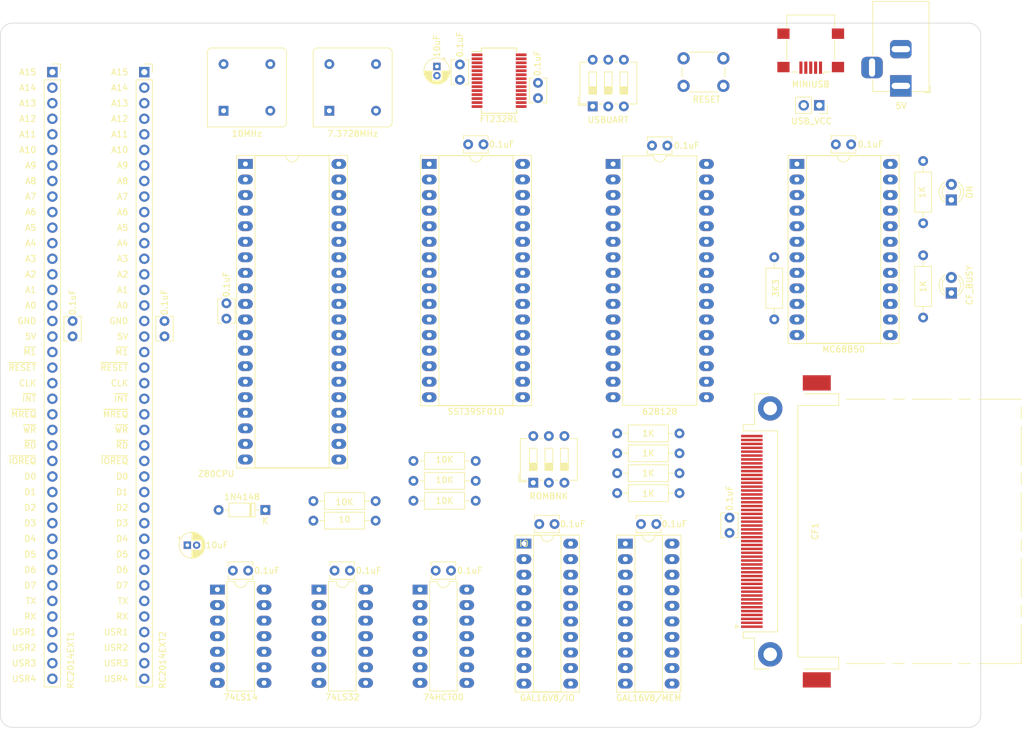
<source format=kicad_pcb>
(kicad_pcb (version 20211014) (generator pcbnew)
  (layers (0 "F.Cu" signal) (31 "B.Cu" signal) (34 "B.Paste" user) (35 "F.Paste" user) (36 "B.SilkS" user "B.Silkscreen") (37 "F.SilkS" user "F.Silkscreen") (38 "B.Mask" user) (39 "F.Mask" user) (44 "Edge.Cuts" user))
  (net 0 "")
  (net 1 "Net-(C1-Pad1)")
  (net 2 "GND")
  (net 3 "VCC")
  (net 4 "/D3")
  (net 5 "/D4")
  (net 6 "/D5")
  (net 7 "/D6")
  (net 8 "/D7")
  (net 9 "Net-(C15-Pad2)")
  (net 10 "/A2")
  (net 11 "/A1")
  (net 12 "/A0")
  (net 13 "/D0")
  (net 14 "/D1")
  (net 15 "/D2")
  (net 24 "Net-(CF1-Pad32)")
  (net 26 "/~{IORD}")
  (net 27 "/~{IOWR}")
  (net 28 "Net-(CF1-Pad36)")
  (net 31 "/~{RESET}")
  (net 34 "Net-(CF1-Pad44)")
  (net 35 "Net-(CF1-Pad45)")
  (net 36 "Net-(CF1-Pad46)")
  (net 40 "Net-(D2-Pad2)")
  (net 41 "Net-(D3-Pad2)")
  (net 42 "/A15")
  (net 43 "/A14")
  (net 44 "/A13")
  (net 45 "/A12")
  (net 46 "/A11")
  (net 47 "/A10")
  (net 48 "/A9")
  (net 49 "/A8")
  (net 50 "/A7")
  (net 51 "/A6")
  (net 52 "/A5")
  (net 53 "/A4")
  (net 54 "/A3")
  (net 55 "/~{M1}")
  (net 56 "/CPU_CLK")
  (net 57 "/~{INT}")
  (net 58 "/~{MREQ}")
  (net 59 "/~{WR}")
  (net 60 "/~{RD}")
  (net 61 "/~{IORQ}")
  (net 62 "/TXD")
  (net 63 "/RXD")
  (net 64 "/USR1")
  (net 65 "/USR2")
  (net 66 "/USR3")
  (net 67 "/USR4")
  (net 68 "Net-(R1-Pad2)")
  (net 69 "/ROMBNK2")
  (net 70 "/ROMBNK1")
  (net 71 "/ROMBNK0")
  (net 72 "Net-(J4-Pad1)")
  (net 73 "/~{RTS}")
  (net 74 "/USB_UART/USBD-")
  (net 75 "/USB_UART/USBD+")
  (net 76 "/~{MEMWR}")
  (net 77 "/~{MEMRD}")
  (net 78 "/RESET")
  (net 83 "/~{RAM}")
  (net 84 "/IORQ")
  (net 85 "/~{ROM_DISABLED}")
  (net 86 "Net-(U7-Pad3)")
  (net 87 "/ROM_A15")
  (net 88 "/~{ROM}")
  (net 89 "/ROM_A14")
  (net 95 "/UART_CLK")
  (net 98 "/~{ROM_OFF}")
  (net 99 "/~{IO_CF}")
  (net 100 "/~{IO_UART}")
  (net 102 "/USB_UART/RX")
  (net 103 "/USB_UART/~{RTS}")
  (net 104 "/USB_UART/TX")
  (footprint "Capacitor_THT:C_Disc_D3.8mm_W2.6mm_P2.50mm" (layer "F.Cu") (at 67.95 119.4)
    (fp_text reference "C13" hide)
    (fp_text value "0.1uF" (at 5.55 0) (layer "F.SilkS"))
    (pad "1" thru_hole circle locked (at 0 0) (size 1.6 1.6) (drill 0.8) (layers *.Cu *.Mask) (net 3 "VCC"))
    (pad "2" thru_hole circle locked (at 2.5 0) (size 1.6 1.6) (drill 0.8) (layers *.Cu *.Mask) (net 2 "GND"))
  )
  (footprint "hobgoblin:RC2014_Connector" (layer "F.Cu") (at 53.5 38)
    (fp_text reference "J3" hide)
    (fp_text value "RC2014EXT2" (at 2.975 96 90) (layer "F.SilkS"))
    (fp_text user "~{IOREQ}" (at -2.54 63.5) (layer "F.SilkS") (effects (justify right)))
    (fp_text user "~{RESET}" (at -2.54 48.26) (layer "F.SilkS") (effects (justify right)))
    (fp_text user "A4" (at -2.54 27.94) (layer "F.SilkS") (effects (justify right)))
    (fp_text user "D1" (at -2.54 68.58) (layer "F.SilkS") (effects (justify right)))
    (fp_text user "~{RD}" (at -2.54 60.96) (layer "F.SilkS") (effects (justify right)))
    (fp_text user "5V" (at -2.54 43.18) (layer "F.SilkS") (effects (justify right)))
    (fp_text user "D2" (at -2.54 71.12) (layer "F.SilkS") (effects (justify right)))
    (fp_text user "~{INT}" (at -2.54 53.34) (layer "F.SilkS") (effects (justify right)))
    (fp_text user "A8" (at -2.54 17.78) (layer "F.SilkS") (effects (justify right)))
    (fp_text user "D6" (at -2.54 81.28) (layer "F.SilkS") (effects (justify right)))
    (fp_text user "~{M1}" (at -2.54 45.72) (layer "F.SilkS") (effects (justify right)))
    (fp_text user "CLK" (at -2.54 50.8) (layer "F.SilkS") (effects (justify right)))
    (fp_text user "A0" (at -2.54 38.1) (layer "F.SilkS") (effects (justify right)))
    (fp_text user "D0" (at -2.54 66.04) (layer "F.SilkS") (effects (justify right)))
    (fp_text user "A15" (at -2.54 0) (layer "F.SilkS") (effects (justify right)))
    (fp_text user "RX" (at -2.54 88.9) (layer "F.SilkS") (effects (justify right)))
    (fp_text user "A12" (at -2.54 7.62) (layer "F.SilkS") (effects (justify right)))
    (fp_text user "USR2" (at -2.54 93.98) (layer "F.SilkS") (effects (justify right)))
    (fp_text user "USR1" (at -2.54 91.44) (layer "F.SilkS") (effects (justify right)))
    (fp_text user "D4" (at -2.54 76.2) (layer "F.SilkS") (effects (justify right)))
    (fp_text user "A3" (at -2.54 30.48) (layer "F.SilkS") (effects (justify right)))
    (fp_text user "USR3" (at -2.54 96.52) (layer "F.SilkS") (effects (justify right)))
    (fp_text user "D7" (at -2.54 83.82) (layer "F.SilkS") (effects (justify right)))
    (fp_text user "A7" (at -2.54 20.32) (layer "F.SilkS") (effects (justify right)))
    (fp_text user "A1" (at -2.54 35.56) (layer "F.SilkS") (effects (justify right)))
    (fp_text user "A10" (at -2.54 12.7) (layer "F.SilkS") (effects (justify right)))
    (fp_text user "GND" (at -2.54 40.64) (layer "F.SilkS") (effects (justify right)))
    (fp_text user "A9" (at -2.54 15.24) (layer "F.SilkS") (effects (justify right)))
    (fp_text user "D5" (at -2.54 78.74) (layer "F.SilkS") (effects (justify right)))
    (fp_text user "A13" (at -2.54 5.08) (layer "F.SilkS") (effects (justify right)))
    (fp_text user "A5" (at -2.54 25.4) (layer "F.SilkS") (effects (justify right)))
    (fp_text user "A11" (at -2.54 10.16) (layer "F.SilkS") (effects (justify right)))
    (fp_text user "TX" (at -2.54 86.36) (layer "F.SilkS") (effects (justify right)))
    (fp_text user "A14" (at -2.54 2.54) (layer "F.SilkS") (effects (justify right)))
    (fp_text user "~{MREQ}" (at -2.54 55.88) (layer "F.SilkS") (effects (justify right)))
    (fp_text user "A2" (at -2.54 33.02) (layer "F.SilkS") (effects (justify right)))
    (fp_text user "D3" (at -2.54 73.66) (layer "F.SilkS") (effects (justify right)))
    (fp_text user "A6" (at -2.54 22.86) (layer "F.SilkS") (effects (justify right)))
    (fp_text user "USR4" (at -2.54 99.06) (layer "F.SilkS") (effects (justify right)))
    (fp_text user "~{WR}" (at -2.54 58.42) (layer "F.SilkS") (effects (justify right)))
    (pad "1" thru_hole rect locked (at 0 0) (size 1.7 1.7) (drill 1) (layers *.Cu *.Mask) (net 42 "/A15"))
    (pad "2" thru_hole oval locked (at 0 2.54) (size 1.7 1.7) (drill 1) (layers *.Cu *.Mask) (net 43 "/A14"))
    (pad "3" thru_hole oval locked (at 0 5.08) (size 1.7 1.7) (drill 1) (layers *.Cu *.Mask) (net 44 "/A13"))
    (pad "4" thru_hole oval locked (at 0 7.62) (size 1.7 1.7) (drill 1) (layers *.Cu *.Mask) (net 45 "/A12"))
    (pad "5" thru_hole oval locked (at 0 10.16) (size 1.7 1.7) (drill 1) (layers *.Cu *.Mask) (net 46 "/A11"))
    (pad "6" thru_hole oval locked (at 0 12.7) (size 1.7 1.7) (drill 1) (layers *.Cu *.Mask) (net 47 "/A10"))
    (pad "7" thru_hole oval locked (at 0 15.24) (size 1.7 1.7) (drill 1) (layers *.Cu *.Mask) (net 48 "/A9"))
    (pad "8" thru_hole oval locked (at 0 17.78) (size 1.7 1.7) (drill 1) (layers *.Cu *.Mask) (net 49 "/A8"))
    (pad "9" thru_hole oval locked (at 0 20.32) (size 1.7 1.7) (drill 1) (layers *.Cu *.Mask) (net 50 "/A7"))
    (pad "10" thru_hole oval locked (at 0 22.86) (size 1.7 1.7) (drill 1) (layers *.Cu *.Mask) (net 51 "/A6"))
    (pad "11" thru_hole oval locked (at 0 25.4) (size 1.7 1.7) (drill 1) (layers *.Cu *.Mask) (net 52 "/A5"))
    (pad "12" thru_hole oval locked (at 0 27.94) (size 1.7 1.7) (drill 1) (layers *.Cu *.Mask) (net 53 "/A4"))
    (pad "13" thru_hole oval locked (at 0 30.48) (size 1.7 1.7) (drill 1) (layers *.Cu *.Mask) (net 54 "/A3"))
    (pad "14" thru_hole oval locked (at 0 33.02) (size 1.7 1.7) (drill 1) (layers *.Cu *.Mask) (net 10 "/A2"))
    (pad "15" thru_hole oval locked (at 0 35.56) (size 1.7 1.7) (drill 1) (layers *.Cu *.Mask) (net 11 "/A1"))
    (pad "16" thru_hole oval locked (at 0 38.1) (size 1.7 1.7) (drill 1) (layers *.Cu *.Mask) (net 12 "/A0"))
    (pad "17" thru_hole oval locked (at 0 40.64) (size 1.7 1.7) (drill 1) (layers *.Cu *.Mask) (net 2 "GND"))
    (pad "18" thru_hole oval locked (at 0 43.18) (size 1.7 1.7) (drill 1) (layers *.Cu *.Mask) (net 3 "VCC"))
    (pad "19" thru_hole oval locked (at 0 45.72) (size 1.7 1.7) (drill 1) (layers *.Cu *.Mask) (net 55 "/~{M1}"))
    (pad "20" thru_hole oval locked (at 0 48.26) (size 1.7 1.7) (drill 1) (layers *.Cu *.Mask) (net 31 "/~{RESET}"))
    (pad "21" thru_hole oval locked (at 0 50.8) (size 1.7 1.7) (drill 1) (layers *.Cu *.Mask) (net 56 "/CPU_CLK"))
    (pad "22" thru_hole oval locked (at 0 53.34) (size 1.7 1.7) (drill 1) (layers *.Cu *.Mask) (net 57 "/~{INT}"))
    (pad "23" thru_hole oval locked (at 0 55.88) (size 1.7 1.7) (drill 1) (layers *.Cu *.Mask) (net 58 "/~{MREQ}"))
    (pad "24" thru_hole oval locked (at 0 58.42) (size 1.7 1.7) (drill 1) (layers *.Cu *.Mask) (net 59 "/~{WR}"))
    (pad "25" thru_hole oval locked (at 0 60.96) (size 1.7 1.7) (drill 1) (layers *.Cu *.Mask) (net 60 "/~{RD}"))
    (pad "26" thru_hole oval locked (at 0 63.5) (size 1.7 1.7) (drill 1) (layers *.Cu *.Mask) (net 61 "/~{IORQ}"))
    (pad "27" thru_hole oval locked (at 0 66.04) (size 1.7 1.7) (drill 1) (layers *.Cu *.Mask) (net 13 "/D0"))
    (pad "28" thru_hole oval locked (at 0 68.58) (size 1.7 1.7) (drill 1) (layers *.Cu *.Mask) (net 14 "/D1"))
    (pad "29" thru_hole oval locked (at 0 71.12) (size 1.7 1.7) (drill 1) (layers *.Cu *.Mask) (net 15 "/D2"))
    (pad "30" thru_hole oval locked (at 0 73.66) (size 1.7 1.7) (drill 1) (layers *.Cu *.Mask) (net 4 "/D3"))
    (pad "31" thru_hole oval locked (at 0 76.2) (size 1.7 1.7) (drill 1) (layers *.Cu *.Mask) (net 5 "/D4"))
    (pad "32" thru_hole oval locked (at 0 78.74) (size 1.7 1.7) (drill 1) (layers *.Cu *.Mask) (net 6 "/D5"))
    (pad "33" thru_hole oval locked (at 0 81.28) (size 1.7 1.7) (drill 1) (layers *.Cu *.Mask) (net 7 "/D6"))
    (pad "34" thru_hole oval locked (at 0 83.82) (size 1.7 1.7) (drill 1) (layers *.Cu *.Mask) (net 8 "/D7"))
    (pad "35" thru_hole oval locked (at 0 86.36) (size 1.7 1.7) (drill 1) (layers *.Cu *.Mask) (net 62 "/TXD"))
    (pad "36" thru_hole oval locked (at 0 88.9) (size 1.7 1.7) (drill 1) (layers *.Cu *.Mask) (net 63 "/RXD"))
    (pad "37" thru_hole oval locked (at 0 91.44) (size 1.7 1.7) (drill 1) (layers *.Cu *.Mask) (net 64 "/USR1"))
    (pad "38" thru_hole oval locked (at 0 93.98) (size 1.7 1.7) (drill 1) (layers *.Cu *.Mask) (net 65 "/USR2"))
    (pad "39" thru_hole oval locked (at 0 96.52) (size 1.7 1.7) (drill 1) (layers *.Cu *.Mask) (net 66 "/USR3"))
    (pad "40" thru_hole oval locked (at 0 99.06) (size 1.7 1.7) (drill 1) (layers *.Cu *.Mask) (net 67 "/USR4"))
  )
  (footprint "Capacitor_THT:C_Disc_D3.8mm_W2.6mm_P2.50mm" (layer "F.Cu") (at 166.35 49.8)
    (fp_text reference "C10" hide)
    (fp_text value "0.1uF" (at 5.65 0) (layer "F.SilkS"))
    (pad "1" thru_hole circle locked (at 0 0) (size 1.6 1.6) (drill 0.8) (layers *.Cu *.Mask) (net 3 "VCC"))
    (pad "2" thru_hole circle locked (at 2.5 0) (size 1.6 1.6) (drill 0.8) (layers *.Cu *.Mask) (net 2 "GND"))
  )
  (footprint "MountingHole:MountingHole_3.2mm_M3" (layer "F.Cu") (at 186.5 33.5)
    (fp_text reference "REF**" hide)
    (fp_text value "M3")
    (pad "" np_thru_hole circle locked (at 0 0) (size 3.2 3.2) (drill 3.2) (layers *.Cu *.Mask))
  )
  (footprint "MountingHole:MountingHole_3.2mm_M3" (layer "F.Cu") (at 33.5 141.5)
    (fp_text reference "REF**" hide)
    (fp_text value "M3")
    (pad "" np_thru_hole circle locked (at 0 0) (size 3.2 3.2) (drill 3.2) (layers *.Cu *.Mask))
  )
  (footprint "Resistor_THT:R_Axial_DIN0207_L6.3mm_D2.5mm_P10.16mm_Horizontal" (layer "F.Cu") (at 130.67 103.5)
    (fp_text reference "R10" hide)
    (fp_text value "1K" (at 5.08 0) (layer "F.SilkS"))
    (pad "1" thru_hole circle locked (at 0 0) (size 1.6 1.6) (drill 0.8) (layers *.Cu *.Mask) (net 3 "VCC"))
    (pad "2" thru_hole oval locked (at 10.16 0) (size 1.6 1.6) (drill 0.8) (layers *.Cu *.Mask) (net 28 "Net-(CF1-Pad36)"))
  )
  (footprint "Resistor_THT:R_Axial_DIN0207_L6.3mm_D2.5mm_P10.16mm_Horizontal" (layer "F.Cu") (at 130.67 97)
    (fp_text reference "R8" hide)
    (fp_text value "1K" (at 5.08 0) (layer "F.SilkS"))
    (pad "1" thru_hole circle locked (at 0 0) (size 1.6 1.6) (drill 0.8) (layers *.Cu *.Mask) (net 3 "VCC"))
    (pad "2" thru_hole oval locked (at 10.16 0) (size 1.6 1.6) (drill 0.8) (layers *.Cu *.Mask) (net 36 "Net-(CF1-Pad46)"))
  )
  (footprint "LED_THT:LED_D3.0mm" (layer "F.Cu") (at 185.2 58.875 90)
    (fp_text reference "D2" hide)
    (fp_text value "ON" (at 1.27 2.96 90) (layer "F.SilkS"))
    (pad "1" thru_hole rect locked (at 0 0 90) (size 1.8 1.8) (drill 0.9) (layers *.Cu *.Mask) (net 2 "GND"))
    (pad "2" thru_hole circle locked (at 2.54 0 90) (size 1.8 1.8) (drill 0.9) (layers *.Cu *.Mask) (net 40 "Net-(D2-Pad2)"))
  )
  (footprint "Capacitor_THT:C_Disc_D3.8mm_W2.6mm_P2.50mm" (layer "F.Cu") (at 106.35 49.8)
    (fp_text reference "C2" hide)
    (fp_text value "0.1uF" (at 5.45 0) (layer "F.SilkS"))
    (pad "1" thru_hole circle locked (at 0 0) (size 1.6 1.6) (drill 0.8) (layers *.Cu *.Mask) (net 3 "VCC"))
    (pad "2" thru_hole circle locked (at 2.5 0) (size 1.6 1.6) (drill 0.8) (layers *.Cu *.Mask) (net 2 "GND"))
  )
  (footprint "Capacitor_THT:C_Disc_D3.8mm_W2.6mm_P2.50mm" (layer "F.Cu") (at 117.95 111.8)
    (fp_text reference "C7" hide)
    (fp_text value "0.1uF" (at 5.45 0) (layer "F.SilkS"))
    (pad "1" thru_hole circle locked (at 0 0) (size 1.6 1.6) (drill 0.8) (layers *.Cu *.Mask) (net 3 "VCC"))
    (pad "2" thru_hole circle locked (at 2.5 0) (size 1.6 1.6) (drill 0.8) (layers *.Cu *.Mask) (net 2 "GND"))
  )
  (footprint "Package_DIP:DIP-14_W7.62mm_LongPads" (layer "F.Cu") (at 82 122.5)
    (fp_text reference "U1" hide)
    (fp_text value "74LS32" (at 3.81 17.57) (layer "F.SilkS"))
    (pad "1" thru_hole rect locked (at 0 0) (size 2.4 1.6) (drill 0.8) (layers *.Cu *.Mask) (net 61 "/~{IORQ}"))
    (pad "2" thru_hole oval locked (at 0 2.54) (size 2.4 1.6) (drill 0.8) (layers *.Cu *.Mask) (net 59 "/~{WR}"))
    (pad "3" thru_hole oval locked (at 0 5.08) (size 2.4 1.6) (drill 0.8) (layers *.Cu *.Mask) (net 27 "/~{IOWR}"))
    (pad "4" thru_hole oval locked (at 0 7.62) (size 2.4 1.6) (drill 0.8) (layers *.Cu *.Mask) (net 61 "/~{IORQ}"))
    (pad "5" thru_hole oval locked (at 0 10.16) (size 2.4 1.6) (drill 0.8) (layers *.Cu *.Mask) (net 60 "/~{RD}"))
    (pad "6" thru_hole oval locked (at 0 12.7) (size 2.4 1.6) (drill 0.8) (layers *.Cu *.Mask) (net 26 "/~{IORD}"))
    (pad "7" thru_hole oval locked (at 0 15.24) (size 2.4 1.6) (drill 0.8) (layers *.Cu *.Mask) (net 2 "GND"))
    (pad "8" thru_hole oval locked (at 7.62 15.24) (size 2.4 1.6) (drill 0.8) (layers *.Cu *.Mask) (net 76 "/~{MEMWR}"))
    (pad "9" thru_hole oval locked (at 7.62 12.7) (size 2.4 1.6) (drill 0.8) (layers *.Cu *.Mask) (net 58 "/~{MREQ}"))
    (pad "10" thru_hole oval locked (at 7.62 10.16) (size 2.4 1.6) (drill 0.8) (layers *.Cu *.Mask) (net 59 "/~{WR}"))
    (pad "11" thru_hole oval locked (at 7.62 7.62) (size 2.4 1.6) (drill 0.8) (layers *.Cu *.Mask) (net 77 "/~{MEMRD}"))
    (pad "12" thru_hole oval locked (at 7.62 5.08) (size 2.4 1.6) (drill 0.8) (layers *.Cu *.Mask) (net 58 "/~{MREQ}"))
    (pad "13" thru_hole oval locked (at 7.62 2.54) (size 2.4 1.6) (drill 0.8) (layers *.Cu *.Mask) (net 60 "/~{RD}"))
    (pad "14" thru_hole oval locked (at 7.62 0) (size 2.4 1.6) (drill 0.8) (layers *.Cu *.Mask) (net 3 "VCC"))
  )
  (footprint "Capacitor_THT:C_Disc_D3.8mm_W2.6mm_P2.50mm" (layer "F.Cu") (at 84.55 119.4)
    (fp_text reference "C4" hide)
    (fp_text value "0.1uF" (at 5.55 0) (layer "F.SilkS"))
    (pad "1" thru_hole circle locked (at 0 0) (size 1.6 1.6) (drill 0.8) (layers *.Cu *.Mask) (net 3 "VCC"))
    (pad "2" thru_hole circle locked (at 2.5 0) (size 1.6 1.6) (drill 0.8) (layers *.Cu *.Mask) (net 2 "GND"))
  )
  (footprint "Package_DIP:DIP-14_W7.62mm_LongPads" (layer "F.Cu") (at 98.5 122.5)
    (fp_text reference "U7" hide)
    (fp_text value "74HCT00" (at 3.81 17.57) (layer "F.SilkS"))
    (pad "1" thru_hole rect locked (at 0 0) (size 2.4 1.6) (drill 0.8) (layers *.Cu *.Mask) (net 31 "/~{RESET}"))
    (pad "2" thru_hole oval locked (at 0 2.54) (size 2.4 1.6) (drill 0.8) (layers *.Cu *.Mask) (net 85 "/~{ROM_DISABLED}"))
    (pad "3" thru_hole oval locked (at 0 5.08) (size 2.4 1.6) (drill 0.8) (layers *.Cu *.Mask) (net 86 "Net-(U7-Pad3)"))
    (pad "4" thru_hole oval locked (at 0 7.62) (size 2.4 1.6) (drill 0.8) (layers *.Cu *.Mask) (net 86 "Net-(U7-Pad3)"))
    (pad "5" thru_hole oval locked (at 0 10.16) (size 2.4 1.6) (drill 0.8) (layers *.Cu *.Mask) (net 98 "/~{ROM_OFF}"))
    (pad "6" thru_hole oval locked (at 0 12.7) (size 2.4 1.6) (drill 0.8) (layers *.Cu *.Mask) (net 85 "/~{ROM_DISABLED}"))
    (pad "7" thru_hole oval locked (at 0 15.24) (size 2.4 1.6) (drill 0.8) (layers *.Cu *.Mask) (net 2 "GND"))
    (pad "8" thru_hole oval locked (at 7.62 15.24) (size 2.4 1.6) (drill 0.8) (layers *.Cu *.Mask) (net 84 "/IORQ"))
    (pad "9" thru_hole oval locked (at 7.62 12.7) (size 2.4 1.6) (drill 0.8) (layers *.Cu *.Mask) (net 3 "VCC"))
    (pad "10" thru_hole oval locked (at 7.62 10.16) (size 2.4 1.6) (drill 0.8) (layers *.Cu *.Mask) (net 61 "/~{IORQ}"))
    (pad "11" thru_hole oval locked (at 7.62 7.62) (size 2.4 1.6) (drill 0.8) (layers *.Cu *.Mask))
    (pad "12" thru_hole oval locked (at 7.62 5.08) (size 2.4 1.6) (drill 0.8) (layers *.Cu *.Mask))
    (pad "13" thru_hole oval locked (at 7.62 2.54) (size 2.4 1.6) (drill 0.8) (layers *.Cu *.Mask))
    (pad "14" thru_hole oval locked (at 7.62 0) (size 2.4 1.6) (drill 0.8) (layers *.Cu *.Mask) (net 3 "VCC"))
  )
  (footprint "Capacitor_THT:CP_Radial_D4.0mm_P1.50mm" (layer "F.Cu") (at 60.5274 115.25)
    (fp_text reference "C1" hide)
    (fp_text value "10uF" (at 4.822599 0) (layer "F.SilkS"))
    (pad "1" thru_hole rect locked (at 0 0) (size 1.2 1.2) (drill 0.6) (layers *.Cu *.Mask) (net 1 "Net-(C1-Pad1)"))
    (pad "2" thru_hole circle locked (at 1.5 0) (size 1.2 1.2) (drill 0.6) (layers *.Cu *.Mask) (net 2 "GND"))
  )
  (footprint "Package_DIP:DIP-32_W15.24mm_LongPads" (layer "F.Cu") (at 130 53)
    (fp_text reference "U6" hide)
    (fp_text value "628128" (at 7.62 40.43) (layer "F.SilkS"))
    (pad "1" thru_hole rect locked (at 0 0) (size 2.4 1.6) (drill 0.8) (layers *.Cu *.Mask))
    (pad "2" thru_hole oval locked (at 0 2.54) (size 2.4 1.6) (drill 0.8) (layers *.Cu *.Mask) (net 2 "GND"))
    (pad "3" thru_hole oval locked (at 0 5.08) (size 2.4 1.6) (drill 0.8) (layers *.Cu *.Mask) (net 43 "/A14"))
    (pad "4" thru_hole oval locked (at 0 7.62) (size 2.4 1.6) (drill 0.8) (layers *.Cu *.Mask) (net 45 "/A12"))
    (pad "5" thru_hole oval locked (at 0 10.16) (size 2.4 1.6) (drill 0.8) (layers *.Cu *.Mask) (net 50 "/A7"))
    (pad "6" thru_hole oval locked (at 0 12.7) (size 2.4 1.6) (drill 0.8) (layers *.Cu *.Mask) (net 51 "/A6"))
    (pad "7" thru_hole oval locked (at 0 15.24) (size 2.4 1.6) (drill 0.8) (layers *.Cu *.Mask) (net 52 "/A5"))
    (pad "8" thru_hole oval locked (at 0 17.78) (size 2.4 1.6) (drill 0.8) (layers *.Cu *.Mask) (net 53 "/A4"))
    (pad "9" thru_hole oval locked (at 0 20.32) (size 2.4 1.6) (drill 0.8) (layers *.Cu *.Mask) (net 54 "/A3"))
    (pad "10" thru_hole oval locked (at 0 22.86) (size 2.4 1.6) (drill 0.8) (layers *.Cu *.Mask) (net 10 "/A2"))
    (pad "11" thru_hole oval locked (at 0 25.4) (size 2.4 1.6) (drill 0.8) (layers *.Cu *.Mask) (net 11 "/A1"))
    (pad "12" thru_hole oval locked (at 0 27.94) (size 2.4 1.6) (drill 0.8) (layers *.Cu *.Mask) (net 12 "/A0"))
    (pad "13" thru_hole oval locked (at 0 30.48) (size 2.4 1.6) (drill 0.8) (layers *.Cu *.Mask) (net 13 "/D0"))
    (pad "14" thru_hole oval locked (at 0 33.02) (size 2.4 1.6) (drill 0.8) (layers *.Cu *.Mask) (net 14 "/D1"))
    (pad "15" thru_hole oval locked (at 0 35.56) (size 2.4 1.6) (drill 0.8) (layers *.Cu *.Mask) (net 15 "/D2"))
    (pad "16" thru_hole oval locked (at 0 38.1) (size 2.4 1.6) (drill 0.8) (layers *.Cu *.Mask) (net 2 "GND"))
    (pad "17" thru_hole oval locked (at 15.24 38.1) (size 2.4 1.6) (drill 0.8) (layers *.Cu *.Mask) (net 4 "/D3"))
    (pad "18" thru_hole oval locked (at 15.24 35.56) (size 2.4 1.6) (drill 0.8) (layers *.Cu *.Mask) (net 5 "/D4"))
    (pad "19" thru_hole oval locked (at 15.24 33.02) (size 2.4 1.6) (drill 0.8) (layers *.Cu *.Mask) (net 6 "/D5"))
    (pad "20" thru_hole oval locked (at 15.24 30.48) (size 2.4 1.6) (drill 0.8) (layers *.Cu *.Mask) (net 7 "/D6"))
    (pad "21" thru_hole oval locked (at 15.24 27.94) (size 2.4 1.6) (drill 0.8) (layers *.Cu *.Mask) (net 8 "/D7"))
    (pad "22" thru_hole oval locked (at 15.24 25.4) (size 2.4 1.6) (drill 0.8) (layers *.Cu *.Mask) (net 83 "/~{RAM}"))
    (pad "23" thru_hole oval locked (at 15.24 22.86) (size 2.4 1.6) (drill 0.8) (layers *.Cu *.Mask) (net 47 "/A10"))
    (pad "24" thru_hole oval locked (at 15.24 20.32) (size 2.4 1.6) (drill 0.8) (layers *.Cu *.Mask) (net 77 "/~{MEMRD}"))
    (pad "25" thru_hole oval locked (at 15.24 17.78) (size 2.4 1.6) (drill 0.8) (layers *.Cu *.Mask) (net 46 "/A11"))
    (pad "26" thru_hole oval locked (at 15.24 15.24) (size 2.4 1.6) (drill 0.8) (layers *.Cu *.Mask) (net 48 "/A9"))
    (pad "27" thru_hole oval locked (at 15.24 12.7) (size 2.4 1.6) (drill 0.8) (layers *.Cu *.Mask) (net 49 "/A8"))
    (pad "28" thru_hole oval locked (at 15.24 10.16) (size 2.4 1.6) (drill 0.8) (layers *.Cu *.Mask) (net 44 "/A13"))
    (pad "29" thru_hole oval locked (at 15.24 7.62) (size 2.4 1.6) (drill 0.8) (layers *.Cu *.Mask) (net 76 "/~{MEMWR}"))
    (pad "30" thru_hole oval locked (at 15.24 5.08) (size 2.4 1.6) (drill 0.8) (layers *.Cu *.Mask) (net 3 "VCC"))
    (pad "31" thru_hole oval locked (at 15.24 2.54) (size 2.4 1.6) (drill 0.8) (layers *.Cu *.Mask) (net 42 "/A15"))
    (pad "32" thru_hole oval locked (at 15.24 0) (size 2.4 1.6) (drill 0.8) (layers *.Cu *.Mask) (net 3 "VCC"))
  )
  (footprint "Resistor_THT:R_Axial_DIN0207_L6.3mm_D2.5mm_P10.16mm_Horizontal" (layer "F.Cu") (at 156.3 78.38 90)
    (fp_text reference "R2" hide)
    (fp_text value "3K3" (at 5.08 0.25 90) (layer "F.SilkS"))
    (pad "1" thru_hole circle locked (at 0 0 90) (size 1.6 1.6) (drill 0.8) (layers *.Cu *.Mask) (net 3 "VCC"))
    (pad "2" thru_hole oval locked (at 10.16 0 90) (size 1.6 1.6) (drill 0.8) (layers *.Cu *.Mask) (net 57 "/~{INT}"))
  )
  (footprint "Capacitor_THT:C_Disc_D3.8mm_W2.6mm_P2.50mm" (layer "F.Cu") (at 134.55 111.8)
    (fp_text reference "C11" hide)
    (fp_text value "0.1uF" (at 5.45 0) (layer "F.SilkS"))
    (pad "1" thru_hole circle locked (at 0 0) (size 1.6 1.6) (drill 0.8) (layers *.Cu *.Mask) (net 3 "VCC"))
    (pad "2" thru_hole circle locked (at 2.5 0) (size 1.6 1.6) (drill 0.8) (layers *.Cu *.Mask) (net 2 "GND"))
  )
  (footprint "Button_Switch_THT:SW_PUSH_6mm" (layer "F.Cu") (at 141.5 35.75)
    (fp_text reference "SW1" hide)
    (fp_text value "RESET" (at 3.75 6.7) (layer "F.SilkS"))
    (pad "1" thru_hole circle locked (at 6.5 0 90) (size 2 2) (drill 1.1) (layers *.Cu *.Mask) (net 2 "GND"))
    (pad "1" thru_hole circle locked (at 0 0 90) (size 2 2) (drill 1.1) (layers *.Cu *.Mask) (net 2 "GND"))
    (pad "2" thru_hole circle locked (at 0 4.5 90) (size 2 2) (drill 1.1) (layers *.Cu *.Mask) (net 68 "Net-(R1-Pad2)"))
    (pad "2" thru_hole circle locked (at 6.5 4.5 90) (size 2 2) (drill 1.1) (layers *.Cu *.Mask) (net 68 "Net-(R1-Pad2)"))
  )
  (footprint "Connector_USB:USB_Mini-B_Lumberg_2486_01_Horizontal" (layer "F.Cu") (at 162.25 34.575 180)
    (fp_text reference "J4" hide)
    (fp_text value "MINIUSB" (at 0 -5.425) (layer "F.SilkS"))
    (pad "" np_thru_hole circle locked (at -2.2 0 180) (size 1 1) (drill 1) (layers *.Cu *.Mask))
    (pad "" np_thru_hole circle locked (at 2.2 0 180) (size 1 1) (drill 1) (layers *.Cu *.Mask))
    (pad "1" smd rect locked (at -1.6 -2.7 180) (size 0.5 2) (layers "F.Cu" "F.Paste" "F.Mask") (net 72 "Net-(J4-Pad1)"))
    (pad "2" smd rect locked (at -0.8 -2.7 180) (size 0.5 2) (layers "F.Cu" "F.Paste" "F.Mask") (net 74 "/USB_UART/USBD-"))
    (pad "3" smd rect locked (at 0 -2.7 180) (size 0.5 2) (layers "F.Cu" "F.Paste" "F.Mask") (net 75 "/USB_UART/USBD+"))
    (pad "4" smd rect locked (at 0.8 -2.7 180) (size 0.5 2) (layers "F.Cu" "F.Paste" "F.Mask"))
    (pad "5" smd rect locked (at 1.6 -2.7 180) (size 0.5 2) (layers "F.Cu" "F.Paste" "F.Mask") (net 2 "GND"))
    (pad "6" smd rect locked (at -4.45 2.85 180) (size 2 1.7) (layers "F.Cu" "F.Paste" "F.Mask") (net 2 "GND"))
    (pad "6" smd rect locked (at -4.45 -2.6 180) (size 2 1.7) (layers "F.Cu" "F.Paste" "F.Mask") (net 2 "GND"))
    (pad "6" smd rect locked (at 4.45 2.85 180) (size 2 1.7) (layers "F.Cu" "F.Paste" "F.Mask") (net 2 "GND"))
    (pad "6" smd rect locked (at 4.45 -2.6 180) (size 2 1.7) (layers "F.Cu" "F.Paste" "F.Mask") (net 2 "GND"))
  )
  (footprint "Resistor_THT:R_Axial_DIN0207_L6.3mm_D2.5mm_P10.16mm_Horizontal" (layer "F.Cu") (at 107.58 104.75 180)
    (fp_text reference "R5" hide)
    (fp_text value "10K" (at 5.08 0.15) (layer "F.SilkS"))
    (pad "1" thru_hole circle locked (at 0 0 180) (size 1.6 1.6) (drill 0.8) (layers *.Cu *.Mask) (net 70 "/ROMBNK1"))
    (pad "2" thru_hole oval locked (at 10.16 0 180) (size 1.6 1.6) (drill 0.8) (layers *.Cu *.Mask) (net 2 "GND"))
  )
  (footprint "Oscillator:Oscillator_DIP-8" (layer "F.Cu") (at 66.44 44.31)
    (fp_text reference "X1" hide)
    (fp_text value "10MHz" (at 3.81 3.74) (layer "F.SilkS"))
    (pad "1" thru_hole rect locked (at 0 0) (size 1.6 1.6) (drill 0.8) (layers *.Cu *.Mask))
    (pad "4" thru_hole circle locked (at 7.62 0) (size 1.6 1.6) (drill 0.8) (layers *.Cu *.Mask) (net 2 "GND"))
    (pad "5" thru_hole circle locked (at 7.62 -7.62) (size 1.6 1.6) (drill 0.8) (layers *.Cu *.Mask) (net 56 "/CPU_CLK"))
    (pad "8" thru_hole circle locked (at 0 -7.62) (size 1.6 1.6) (drill 0.8) (layers *.Cu *.Mask) (net 3 "VCC"))
  )
  (footprint "Resistor_THT:R_Axial_DIN0207_L6.3mm_D2.5mm_P10.16mm_Horizontal" (layer "F.Cu") (at 91.25 111.25 180)
    (fp_text reference "R1" hide)
    (fp_text value "10" (at 5.08 0.2) (layer "F.SilkS"))
    (pad "1" thru_hole circle locked (at 0 0 180) (size 1.6 1.6) (drill 0.8) (layers *.Cu *.Mask) (net 1 "Net-(C1-Pad1)"))
    (pad "2" thru_hole oval locked (at 10.16 0 180) (size 1.6 1.6) (drill 0.8) (layers *.Cu *.Mask) (net 68 "Net-(R1-Pad2)"))
  )
  (footprint "Capacitor_THT:C_Disc_D3.8mm_W2.6mm_P2.50mm" (layer "F.Cu") (at 41.8 81.15 90)
    (fp_text reference "C16" hide)
    (fp_text value "0.1uF" (at 5.55 0 90) (layer "F.SilkS"))
    (pad "1" thru_hole circle locked (at 0 0 90) (size 1.6 1.6) (drill 0.8) (layers *.Cu *.Mask) (net 3 "VCC"))
    (pad "2" thru_hole circle locked (at 2.5 0 90) (size 1.6 1.6) (drill 0.8) (layers *.Cu *.Mask) (net 2 "GND"))
  )
  (footprint "Package_DIP:DIP-40_W15.24mm_Socket_LongPads" (layer "F.Cu") (at 70 53)
    (fp_text reference "U3" hide)
    (fp_text value "Z80CPU" (at -4.78 50.59) (layer "F.SilkS"))
    (pad "1" thru_hole rect locked (at 0 0) (size 2.4 1.6) (drill 0.8) (layers *.Cu *.Mask) (net 46 "/A11"))
    (pad "2" thru_hole oval locked (at 0 2.54) (size 2.4 1.6) (drill 0.8) (layers *.Cu *.Mask) (net 45 "/A12"))
    (pad "3" thru_hole oval locked (at 0 5.08) (size 2.4 1.6) (drill 0.8) (layers *.Cu *.Mask) (net 44 "/A13"))
    (pad "4" thru_hole oval locked (at 0 7.62) (size 2.4 1.6) (drill 0.8) (layers *.Cu *.Mask) (net 43 "/A14"))
    (pad "5" thru_hole oval locked (at 0 10.16) (size 2.4 1.6) (drill 0.8) (layers *.Cu *.Mask) (net 42 "/A15"))
    (pad "6" thru_hole oval locked (at 0 12.7) (size 2.4 1.6) (drill 0.8) (layers *.Cu *.Mask) (net 56 "/CPU_CLK"))
    (pad "7" thru_hole oval locked (at 0 15.24) (size 2.4 1.6) (drill 0.8) (layers *.Cu *.Mask) (net 5 "/D4"))
    (pad "8" thru_hole oval locked (at 0 17.78) (size 2.4 1.6) (drill 0.8) (layers *.Cu *.Mask) (net 4 "/D3"))
    (pad "9" thru_hole oval locked (at 0 20.32) (size 2.4 1.6) (drill 0.8) (layers *.Cu *.Mask) (net 6 "/D5"))
    (pad "10" thru_hole oval locked (at 0 22.86) (size 2.4 1.6) (drill 0.8) (layers *.Cu *.Mask) (net 7 "/D6"))
    (pad "11" thru_hole oval locked (at 0 25.4) (size 2.4 1.6) (drill 0.8) (layers *.Cu *.Mask) (net 3 "VCC"))
    (pad "12" thru_hole oval locked (at 0 27.94) (size 2.4 1.6) (drill 0.8) (layers *.Cu *.Mask) (net 15 "/D2"))
    (pad "13" thru_hole oval locked (at 0 30.48) (size 2.4 1.6) (drill 0.8) (layers *.Cu *.Mask) (net 8 "/D7"))
    (pad "14" thru_hole oval locked (at 0 33.02) (size 2.4 1.6) (drill 0.8) (layers *.Cu *.Mask) (net 13 "/D0"))
    (pad "15" thru_hole oval locked (at 0 35.56) (size 2.4 1.6) (drill 0.8) (layers *.Cu *.Mask) (net 14 "/D1"))
    (pad "16" thru_hole oval locked (at 0 38.1) (size 2.4 1.6) (drill 0.8) (layers *.Cu *.Mask) (net 57 "/~{INT}"))
    (pad "17" thru_hole oval locked (at 0 40.64) (size 2.4 1.6) (drill 0.8) (layers *.Cu *.Mask) (net 3 "VCC"))
    (pad "18" thru_hole oval locked (at 0 43.18) (size 2.4 1.6) (drill 0.8) (layers *.Cu *.Mask))
    (pad "19" thru_hole oval locked (at 0 45.72) (size 2.4 1.6) (drill 0.8) (layers *.Cu *.Mask) (net 58 "/~{MREQ}"))
    (pad "20" thru_hole oval locked (at 0 48.26) (size 2.4 1.6) (drill 0.8) (layers *.Cu *.Mask) (net 61 "/~{IORQ}"))
    (pad "21" thru_hole oval locked (at 15.24 48.26) (size 2.4 1.6) (drill 0.8) (layers *.Cu *.Mask) (net 60 "/~{RD}"))
    (pad "22" thru_hole oval locked (at 15.24 45.72) (size 2.4 1.6) (drill 0.8) (layers *.Cu *.Mask) (net 59 "/~{WR}"))
    (pad "23" thru_hole oval locked (at 15.24 43.18) (size 2.4 1.6) (drill 0.8) (layers *.Cu *.Mask))
    (pad "24" thru_hole oval locked (at 15.24 40.64) (size 2.4 1.6) (drill 0.8) (layers *.Cu *.Mask) (net 3 "VCC"))
    (pad "25" thru_hole oval locked (at 15.24 38.1) (size 2.4 1.6) (drill 0.8) (layers *.Cu *.Mask) (net 3 "VCC"))
    (pad "26" thru_hole oval locked (at 15.24 35.56) (size 2.4 1.6) (drill 0.8) (layers *.Cu *.Mask) (net 31 "/~{RESET}"))
    (pad "27" thru_hole oval locked (at 15.24 33.02) (size 2.4 1.6) (drill 0.8) (layers *.Cu *.Mask) (net 55 "/~{M1}"))
    (pad "28" thru_hole oval locked (at 15.24 30.48) (size 2.4 1.6) (drill 0.8) (layers *.Cu *.Mask))
    (pad "29" thru_hole oval locked (at 15.24 27.94) (size 2.4 1.6) (drill 0.8) (layers *.Cu *.Mask) (net 2 "GND"))
    (pad "30" thru_hole oval locked (at 15.24 25.4) (size 2.4 1.6) (drill 0.8) (layers *.Cu *.Mask) (net 12 "/A0"))
    (pad "31" thru_hole oval locked (at 15.24 22.86) (size 2.4 1.6) (drill 0.8) (layers *.Cu *.Mask) (net 11 "/A1"))
    (pad "32" thru_hole oval locked (at 15.24 20.32) (size 2.4 1.6) (drill 0.8) (layers *.Cu *.Mask) (net 10 "/A2"))
    (pad "33" thru_hole oval locked (at 15.24 17.78) (size 2.4 1.6) (drill 0.8) (layers *.Cu *.Mask) (net 54 "/A3"))
    (pad "34" thru_hole oval locked (at 15.24 15.24) (size 2.4 1.6) (drill 0.8) (layers *.Cu *.Mask) (net 53 "/A4"))
    (pad "35" thru_hole oval locked (at 15.24 12.7) (size 2.4 1.6) (drill 0.8) (layers *.Cu *.Mask) (net 52 "/A5"))
    (pad "36" thru_hole oval locked (at 15.24 10.16) (size 2.4 1.6) (drill 0.8) (layers *.Cu *.Mask) (net 51 "/A6"))
    (pad "37" thru_hole oval locked (at 15.24 7.62) (size 2.4 1.6) (drill 0.8) (layers *.Cu *.Mask) (net 50 "/A7"))
    (pad "38" thru_hole oval locked (at 15.24 5.08) (size 2.4 1.6) (drill 0.8) (layers *.Cu *.Mask) (net 49 "/A8"))
    (pad "39" thru_hole oval locked (at 15.24 2.54) (size 2.4 1.6) (drill 0.8) (layers *.Cu *.Mask) (net 48 "/A9"))
    (pad "40" thru_hole oval locked (at 15.24 0) (size 2.4 1.6) (drill 0.8) (layers *.Cu *.Mask) (net 47 "/A10"))
  )
  (footprint "LED_THT:LED_D3.0mm" (layer "F.Cu") (at 185.2 74.075 90)
    (fp_text reference "D3" hide)
    (fp_text value "CF_BUSY" (at 1.27 2.96 90) (layer "F.SilkS"))
    (pad "1" thru_hole rect locked (at 0 0 90) (size 1.8 1.8) (drill 0.9) (layers *.Cu *.Mask) (net 35 "Net-(CF1-Pad45)"))
    (pad "2" thru_hole circle locked (at 2.54 0 90) (size 1.8 1.8) (drill 0.9) (layers *.Cu *.Mask) (net 41 "Net-(D3-Pad2)"))
  )
  (footprint "Resistor_THT:R_Axial_DIN0207_L6.3mm_D2.5mm_P10.16mm_Horizontal" (layer "F.Cu") (at 81.09 108.05)
    (fp_text reference "R3" hide)
    (fp_text value "10K" (at 5.08 0.175) (layer "F.SilkS"))
    (pad "1" thru_hole circle locked (at 0 0) (size 1.6 1.6) (drill 0.8) (layers *.Cu *.Mask) (net 3 "VCC"))
    (pad "2" thru_hole oval locked (at 10.16 0) (size 1.6 1.6) (drill 0.8) (layers *.Cu *.Mask) (net 1 "Net-(C1-Pad1)"))
  )
  (footprint "Diode_THT:D_DO-35_SOD27_P7.62mm_Horizontal" (layer "F.Cu") (at 73.25 109.5 180)
    (fp_text reference "D1" hide)
    (fp_text value "1N4148" (at 3.81 2.12) (layer "F.SilkS"))
    (fp_text user "K" (at 0 -1.8) (layer "F.SilkS"))
    (pad "1" thru_hole rect locked (at 0 0 180) (size 1.6 1.6) (drill 0.8) (layers *.Cu *.Mask) (net 3 "VCC"))
    (pad "2" thru_hole oval locked (at 7.62 0 180) (size 1.6 1.6) (drill 0.8) (layers *.Cu *.Mask) (net 1 "Net-(C1-Pad1)"))
  )
  (footprint "Oscillator:Oscillator_DIP-8" (layer "F.Cu") (at 83.69 44.31)
    (fp_text reference "X2" hide)
    (fp_text value "7.3728MHz" (at 3.81 3.74) (layer "F.SilkS"))
    (pad "1" thru_hole rect locked (at 0 0) (size 1.6 1.6) (drill 0.8) (layers *.Cu *.Mask))
    (pad "4" thru_hole circle locked (at 7.62 0) (size 1.6 1.6) (drill 0.8) (layers *.Cu *.Mask) (net 2 "GND"))
    (pad "5" thru_hole circle locked (at 7.62 -7.62) (size 1.6 1.6) (drill 0.8) (layers *.Cu *.Mask) (net 95 "/UART_CLK"))
    (pad "8" thru_hole circle locked (at 0 -7.62) (size 1.6 1.6) (drill 0.8) (layers *.Cu *.Mask) (net 3 "VCC"))
  )
  (footprint "Package_DIP:DIP-20_W7.62mm_Socket_LongPads" (layer "F.Cu") (at 132 115)
    (fp_text reference "U9" hide)
    (fp_text value "GAL16V8/MEM" (at 3.81 25.19) (layer "F.SilkS"))
    (pad "1" thru_hole rect locked (at 0 0) (size 2.4 1.6) (drill 0.8) (layers *.Cu *.Mask) (net 47 "/A10"))
    (pad "2" thru_hole oval locked (at 0 2.54) (size 2.4 1.6) (drill 0.8) (layers *.Cu *.Mask) (net 46 "/A11"))
    (pad "3" thru_hole oval locked (at 0 5.08) (size 2.4 1.6) (drill 0.8) (layers *.Cu *.Mask) (net 45 "/A12"))
    (pad "4" thru_hole oval locked (at 0 7.62) (size 2.4 1.6) (drill 0.8) (layers *.Cu *.Mask) (net 44 "/A13"))
    (pad "5" thru_hole oval locked (at 0 10.16) (size 2.4 1.6) (drill 0.8) (layers *.Cu *.Mask) (net 43 "/A14"))
    (pad "6" thru_hole oval locked (at 0 12.7) (size 2.4 1.6) (drill 0.8) (layers *.Cu *.Mask) (net 42 "/A15"))
    (pad "7" thru_hole oval locked (at 0 15.24) (size 2.4 1.6) (drill 0.8) (layers *.Cu *.Mask) (net 71 "/ROMBNK0"))
    (pad "8" thru_hole oval locked (at 0 17.78) (size 2.4 1.6) (drill 0.8) (layers *.Cu *.Mask) (net 70 "/ROMBNK1"))
    (pad "9" thru_hole oval locked (at 0 20.32) (size 2.4 1.6) (drill 0.8) (layers *.Cu *.Mask) (net 85 "/~{ROM_DISABLED}"))
    (pad "10" thru_hole oval locked (at 0 22.86) (size 2.4 1.6) (drill 0.8) (layers *.Cu *.Mask) (net 2 "GND"))
    (pad "11" thru_hole oval locked (at 7.62 22.86) (size 2.4 1.6) (drill 0.8) (layers *.Cu *.Mask))
    (pad "12" thru_hole oval locked (at 7.62 20.32) (size 2.4 1.6) (drill 0.8) (layers *.Cu *.Mask) (net 88 "/~{ROM}"))
    (pad "13" thru_hole oval locked (at 7.62 17.78) (size 2.4 1.6) (drill 0.8) (layers *.Cu *.Mask) (net 83 "/~{RAM}"))
    (pad "14" thru_hole oval locked (at 7.62 15.24) (size 2.4 1.6) (drill 0.8) (layers *.Cu *.Mask) (net 89 "/ROM_A14"))
    (pad "15" thru_hole oval locked (at 7.62 12.7) (size 2.4 1.6) (drill 0.8) (layers *.Cu *.Mask) (net 87 "/ROM_A15"))
    (pad "16" thru_hole oval locked (at 7.62 10.16) (size 2.4 1.6) (drill 0.8) (layers *.Cu *.Mask))
    (pad "17" thru_hole oval locked (at 7.62 7.62) (size 2.4 1.6) (drill 0.8) (layers *.Cu *.Mask))
    (pad "18" thru_hole oval locked (at 7.62 5.08) (size 2.4 1.6) (drill 0.8) (layers *.Cu *.Mask))
    (pad "19" thru_hole oval locked (at 7.62 2.54) (size 2.4 1.6) (drill 0.8) (layers *.Cu *.Mask))
    (pad "20" thru_hole oval locked (at 7.62 0) (size 2.4 1.6) (drill 0.8) (layers *.Cu *.Mask) (net 3 "VCC"))
  )
  (footprint "hobgoblin:CF-Card_3M_N7E507516PK20" (layer "F.Cu") (at 155.7425 113)
    (fp_text reference "CF1" (at 7.22 0 90) (layer "F.SilkS"))
    (fp_text value "CF_Socket")
    (pad "" thru_hole circle (at -0.1 -20.08 90) (size 3.99 3.99) (drill 2.21) (layers *.Cu *.Mask))
    (pad "" smd rect (at 7.5 24.25 90) (size 2.49 4.57) (layers "F.Cu" "F.Paste" "F.Mask"))
    (pad "" np_thru_hole circle (at 2.9 -20.08 90) (size 1.7 1.7) (drill 1.7) (layers *.Cu *.Mask))
    (pad "" np_thru_hole circle (at 2.9 20.08 90) (size 1.7 1.7) (drill 1.7) (layers *.Cu *.Mask))
    (pad "" smd rect (at 7.5 -24.25 90) (size 2.49 4.57) (layers "F.Cu" "F.Paste" "F.Mask"))
    (pad "" thru_hole circle (at -0.1 20.08 90) (size 3.99 3.99) (drill 2.21) (layers *.Cu *.Mask))
    (pad "1" smd rect (at -3.1 15.56 90) (size 0.41 3.51) (layers "F.Cu" "F.Paste" "F.Mask") (net 2 "GND"))
    (pad "2" smd rect (at -3.1 14.29 90) (size 0.41 3.51) (layers "F.Cu" "F.Paste" "F.Mask") (net 4 "/D3"))
    (pad "3" smd rect (at -3.1 13.02 90) (size 0.41 3.51) (layers "F.Cu" "F.Paste" "F.Mask") (net 5 "/D4"))
    (pad "4" smd rect (at -3.1 11.75 90) (size 0.41 3.51) (layers "F.Cu" "F.Paste" "F.Mask") (net 6 "/D5"))
    (pad "5" smd rect (at -3.1 10.48 90) (size 0.41 3.51) (layers "F.Cu" "F.Paste" "F.Mask") (net 7 "/D6"))
    (pad "6" smd rect (at -3.1 9.21 90) (size 0.41 3.51) (layers "F.Cu" "F.Paste" "F.Mask") (net 8 "/D7"))
    (pad "7" smd rect (at -3.1 7.94 90) (size 0.41 3.51) (layers "F.Cu" "F.Paste" "F.Mask") (net 99 "/~{IO_CF}"))
    (pad "8" smd rect (at -3.1 6.67 90) (size 0.41 3.51) (layers "F.Cu" "F.Paste" "F.Mask") (net 2 "GND"))
    (pad "9" smd rect (at -3.1 5.4 90) (size 0.41 3.51) (layers "F.Cu" "F.Paste" "F.Mask") (net 2 "GND"))
    (pad "10" smd rect (at -3.1 4.13 90) (size 0.41 3.51) (layers "F.Cu" "F.Paste" "F.Mask") (net 2 "GND"))
    (pad "11" smd rect (at -3.1 2.86 90) (size 0.41 3.51) (layers "F.Cu" "F.Paste" "F.Mask") (net 2 "GND"))
    (pad "12" smd rect (at -3.1 1.59 90) (size 0.41 3.51) (layers "F.Cu" "F.Paste" "F.Mask") (net 2 "GND"))
    (pad "13" smd rect (at -3.1 0.32 90) (size 0.41 3.51) (layers "F.Cu" "F.Paste" "F.Mask") (net 3 "VCC"))
    (pad "14" smd rect (at -3.1 -0.95 90) (size 0.41 3.51) (layers "F.Cu" "F.Paste" "F.Mask") (net 2 "GND"))
    (pad "15" smd rect (at -3.1 -2.22 90) (size 0.41 3.51) (layers "F.Cu" "F.Paste" "F.Mask") (net 2 "GND"))
    (pad "16" smd rect (at -3.1 -3.49 90) (size 0.41 3.51) (layers "F.Cu" "F.Paste" "F.Mask") (net 2 "GND"))
    (pad "17" smd rect (at -3.1 -4.76 90) (size 0.41 3.51) (layers "F.Cu" "F.Paste" "F.Mask") (net 2 "GND"))
    (pad "18" smd rect (at -3.1 -6.03 90) (size 0.41 3.51) (layers "F.Cu" "F.Paste" "F.Mask") (net 10 "/A2"))
    (pad "19" smd rect (at -3.1 -7.3 90) (size 0.41 3.51) (layers "F.Cu" "F.Paste" "F.Mask") (net 11 "/A1"))
    (pad "20" smd rect (at -3.1 -8.57 90) (size 0.41 3.51) (layers "F.Cu" "F.Paste" "F.Mask") (net 12 "/A0"))
    (pad "21" smd rect (at -3.1 -9.84 90) (size 0.41 3.51) (layers "F.Cu" "F.Paste" "F.Mask") (net 13 "/D0"))
    (pad "22" smd rect (at -3.1 -11.11 90) (size 0.41 3.51) (layers "F.Cu" "F.Paste" "F.Mask") (net 14 "/D1"))
    (pad "23" smd rect (at -3.1 -12.38 90) (size 0.41 3.51) (layers "F.Cu" "F.Paste" "F.Mask") (net 15 "/D2"))
    (pad "24" smd rect (at -3.1 -13.65 90) (size 0.41 3.51) (layers "F.Cu" "F.Paste" "F.Mask"))
    (pad "25" smd rect (at -3.1 -14.92 90) (size 0.41 3.51) (layers "F.Cu" "F.Paste" "F.Mask"))
    (pad "26" smd rect (at -3.1 14.92 90) (size 0.41 3.51) (layers "F.Cu" "F.Paste" "F.Mask"))
    (pad "27" smd rect (at -3.1 13.65 90) (size 0.41 3.51) (layers "F.Cu" "F.Paste" "F.Mask"))
    (pad "28" smd rect (at -3.1 12.38 90) (size 0.41 3.51) (layers "F.Cu" "F.Paste" "F.Mask"))
    (pad "29" smd rect (at -3.1 11.11 90) (size 0.41 3.51) (layers "F.Cu" "F.Paste" "F.Mask"))
    (pad "30" smd rect (at -3.1 9.84 90) (size 0.41 3.51) (layers "F.Cu" "F.Paste" "F.Mask"))
    (pad "31" smd rect (at -3.1 8.57 90) (size 0.41 3.51) (layers "F.Cu" "F.Paste" "F.Mask"))
    (pad "32" smd rect (at -3.1 7.3 90) (size 0.41 3.51) (layers "F.Cu" "F.Paste" "F.Mask") (net 24 "Net-(CF1-Pad32)"))
    (pad "33" smd rect (at -3.1 6.03 90) (size 0.41 3.51) (layers "F.Cu" "F.Paste" "F.Mask"))
    (pad "34" smd rect (at -3.1 4.76 90) (size 0.41 3.51) (layers "F.Cu" "F.Paste" "F.Mask") (net 26 "/~{IORD}"))
    (pad "35" smd rect (at -3.1 3.49 90) (size 0.41 3.51) (layers "F.Cu" "F.Paste" "F.Mask") (net 27 "/~{IOWR}"))
    (pad "36" smd rect (at -3.1 2.22 90) (size 0.41 3.51) (layers "F.Cu" "F.Paste" "F.Mask") (net 28 "Net-(CF1-Pad36)"))
    (pad "37" smd rect (at -3.1 0.95 90) (size 0.41 3.51) (layers "F.Cu" "F.Paste" "F.Mask"))
    (pad "38" smd rect (at -3.1 -0.32 90) (size 0.41 3.51) (layers "F.Cu" "F.Paste" "F.Mask") (net 3 "VCC"))
    (pad "39" smd rect (at -3.1 -1.59 90) (size 0.41 3.51) (layers "F.Cu" "F.Paste" "F.Mask") (net 2 "GND"))
    (pad "40" smd rect (at -3.1 -2.86 90) (size 0.41 3.51) (layers "F.Cu" "F.Paste" "F.Mask"))
    (pad "41" smd rect (at -3.1 -4.13 90) (size 0.41 3.51) (layers "F.Cu" "F.Paste" "F.Mask") (net 31 "/~{RESET}"))
    (pad "42" smd rect (at -3.1 -5.4 90) (size 0.41 3.51) (layers "F.Cu" "F.Paste" "F.Mask"))
    (pad "43" smd rect (at -3.1 -6.67 90) (size 0.41 3.51) (layers "F.Cu" "F.Paste" "F.Mask"))
    (pad "44" smd rect (at -3.1 -7.94 90) (size 0.41 3.51) (layers "F.Cu" "F.Paste" "F.Mask") (net 34 "Net-(CF1-Pad44)"))
    (pad "45" smd rect (at -3.1 -9.21 90) (size 0.41 3.51) (layers "F.Cu" "F.Paste" "F.Mask") (net 35 "Net-(CF1-Pad45)"))
    (pad "46" smd rect (at -3.1 -10.48 90) (size 0.41 3.51) (layers "F.Cu" "F.Paste" "F.Mask") (net 36 "Net-(CF1-Pad46)"))
    (pad "47" smd rect (at -3.1 -11.75 90) (size 0.41 3.51) (layers "F.Cu" "F.Paste" "F.Mask"))
    (pad "48" smd rect (at -3.1 -13.02 90) (size 0.41 3.51) (layers "F.Cu" "F.Paste" "F.Mask"))
    (pad "49" smd rect (at -3.1 -14.29 90) (size 0.41 3.51) (layers "F.Cu" "F.Paste" "F.Mask"))
    (pad "50" smd rect (at -3.1 -15.56 90) (size 0.41 3.51) (layers "F.Cu" "F.Paste" "F.Mask") (net 2 "GND"))
  )
  (footprint "Package_DIP:DIP-20_W7.62mm_Socket_LongPads" (layer "F.Cu") (at 115.45 115)
    (fp_text reference "U4" hide)
    (fp_text value "GAL16V8/IO" (at 3.81 25.19) (layer "F.SilkS"))
    (fp_text user "IO" (at 0 0 unlocked) (layer "F.SilkS"))
    (pad "1" thru_hole rect locked (at 0 0) (size 2.4 1.6) (drill 0.8) (layers *.Cu *.Mask) (net 55 "/~{M1}"))
    (pad "2" thru_hole oval locked (at 0 2.54) (size 2.4 1.6) (drill 0.8) (layers *.Cu *.Mask) (net 27 "/~{IOWR}"))
    (pad "3" thru_hole oval locked (at 0 5.08) (size 2.4 1.6) (drill 0.8) (layers *.Cu *.Mask) (net 54 "/A3"))
    (pad "4" thru_hole oval locked (at 0 7.62) (size 2.4 1.6) (drill 0.8) (layers *.Cu *.Mask) (net 53 "/A4"))
    (pad "5" thru_hole oval locked (at 0 10.16) (size 2.4 1.6) (drill 0.8) (layers *.Cu *.Mask) (net 52 "/A5"))
    (pad "6" thru_hole oval locked (at 0 12.7) (size 2.4 1.6) (drill 0.8) (layers *.Cu *.Mask) (net 51 "/A6"))
    (pad "7" thru_hole oval locked (at 0 15.24) (size 2.4 1.6) (drill 0.8) (layers *.Cu *.Mask) (net 50 "/A7"))
    (pad "8" thru_hole oval locked (at 0 17.78) (size 2.4 1.6) (drill 0.8) (layers *.Cu *.Mask) (net 49 "/A8"))
    (pad "9" thru_hole oval locked (at 0 20.32) (size 2.4 1.6) (drill 0.8) (layers *.Cu *.Mask) (net 48 "/A9"))
    (pad "10" thru_hole oval locked (at 0 22.86) (size 2.4 1.6) (drill 0.8) (layers *.Cu *.Mask) (net 2 "GND"))
    (pad "11" thru_hole oval locked (at 7.62 22.86) (size 2.4 1.6) (drill 0.8) (layers *.Cu *.Mask) (net 47 "/A10"))
    (pad "12" thru_hole oval locked (at 7.62 20.32) (size 2.4 1.6) (drill 0.8) (layers *.Cu *.Mask) (net 42 "/A15"))
    (pad "13" thru_hole oval locked (at 7.62 17.78) (size 2.4 1.6) (drill 0.8) (layers *.Cu *.Mask) (net 43 "/A14"))
    (pad "14" thru_hole oval locked (at 7.62 15.24) (size 2.4 1.6) (drill 0.8) (layers *.Cu *.Mask) (net 98 "/~{ROM_OFF}"))
    (pad "15" thru_hole oval locked (at 7.62 12.7) (size 2.4 1.6) (drill 0.8) (layers *.Cu *.Mask) (net 99 "/~{IO_CF}"))
    (pad "16" thru_hole oval locked (at 7.62 10.16) (size 2.4 1.6) (drill 0.8) (layers *.Cu *.Mask) (net 100 "/~{IO_UART}"))
    (pad "17" thru_hole oval locked (at 7.62 7.62) (size 2.4 1.6) (drill 0.8) (layers *.Cu *.Mask) (net 44 "/A13"))
    (pad "18" thru_hole oval locked (at 7.62 5.08) (size 2.4 1.6) (drill 0.8) (layers *.Cu *.Mask) (net 45 "/A12"))
    (pad "19" thru_hole oval locked (at 7.62 2.54) (size 2.4 1.6) (drill 0.8) (layers *.Cu *.Mask) (net 46 "/A11"))
    (pad "20" thru_hole oval locked (at 7.62 0) (size 2.4 1.6) (drill 0.8) (layers *.Cu *.Mask) (net 3 "VCC"))
  )
  (footprint "Resistor_THT:R_Axial_DIN0207_L6.3mm_D2.5mm_P10.16mm_Horizontal" (layer "F.Cu") (at 107.58 101.5 180)
    (fp_text reference "R4" hide)
    (fp_text value "10K" (at 5.08 0.21) (layer "F.SilkS"))
    (pad "1" thru_hole circle locked (at 0 0 180) (size 1.6 1.6) (drill 0.8) (layers *.Cu *.Mask) (net 69 "/ROMBNK2"))
    (pad "2" thru_hole oval locked (at 10.16 0 180) (size 1.6 1.6) (drill 0.8) (layers *.Cu *.Mask) (net 2 "GND"))
  )
  (footprint "Capacitor_THT:C_Disc_D3.8mm_W2.6mm_P2.50mm" (layer "F.Cu") (at 101.05 119.4)
    (fp_text reference "C5" hide)
    (fp_text value "0.1uF" (at 5.55 0) (layer "F.SilkS"))
    (pad "1" thru_hole circle locked (at 0 0) (size 1.6 1.6) (drill 0.8) (layers *.Cu *.Mask) (net 3 "VCC"))
    (pad "2" thru_hole circle locked (at 2.5 0) (size 1.6 1.6) (drill 0.8) (layers *.Cu *.Mask) (net 2 "GND"))
  )
  (footprint "Capacitor_THT:C_Disc_D3.8mm_W2.6mm_P2.50mm" (layer "F.Cu") (at 56.8 81.15 90)
    (fp_text reference "C8" hide)
    (fp_text value "0.1uF" (at 5.55 0 90) (layer "F.SilkS"))
    (pad "1" thru_hole circle locked (at 0 0 90) (size 1.6 1.6) (drill 0.8) (layers *.Cu *.Mask) (net 3 "VCC"))
    (pad "2" thru_hole circle locked (at 2.5 0 90) (size 1.6 1.6) (drill 0.8) (layers *.Cu *.Mask) (net 2 "GND"))
  )
  (footprint "Capacitor_THT:C_Disc_D3.8mm_W2.6mm_P2.50mm" (layer "F.Cu") (at 66.9 78.25 90)
    (fp_text reference "C3" hide)
    (fp_text value "0.1uF" (at 5.55 0 90) (layer "F.SilkS"))
    (pad "1" thru_hole circle locked (at 0 0 90) (size 1.6 1.6) (drill 0.8) (layers *.Cu *.Mask) (net 3 "VCC"))
    (pad "2" thru_hole circle locked (at 2.5 0 90) (size 1.6 1.6) (drill 0.8) (layers *.Cu *.Mask) (net 2 "GND"))
  )
  (footprint "Resistor_THT:R_Axial_DIN0207_L6.3mm_D2.5mm_P10.16mm_Horizontal" (layer "F.Cu") (at 180.6 67.92 -90)
    (fp_text reference "R12" hide)
    (fp_text value "1K" (at 5.08 0 90) (layer "F.SilkS"))
    (pad "1" thru_hole circle locked (at 0 0 270) (size 1.6 1.6) (drill 0.8) (layers *.Cu *.Mask) (net 3 "VCC"))
    (pad "2" thru_hole oval locked (at 10.16 0 270) (size 1.6 1.6) (drill 0.8) (layers *.Cu *.Mask) (net 41 "Net-(D3-Pad2)"))
  )
  (footprint "Package_DIP:DIP-24_W15.24mm_Socket_LongPads" (layer "F.Cu") (at 160 53)
    (fp_text reference "U10" hide)
    (fp_text value "MC68B50" (at 7.62 30.27) (layer "F.SilkS"))
    (pad "1" thru_hole rect locked (at 0 0) (size 2.4 1.6) (drill 0.8) (layers *.Cu *.Mask) (net 2 "GND"))
    (pad "2" thru_hole oval locked (at 0 2.54) (size 2.4 1.6) (drill 0.8) (layers *.Cu *.Mask) (net 63 "/RXD"))
    (pad "3" thru_hole oval locked (at 0 5.08) (size 2.4 1.6) (drill 0.8) (layers *.Cu *.Mask) (net 95 "/UART_CLK"))
    (pad "4" thru_hole oval locked (at 0 7.62) (size 2.4 1.6) (drill 0.8) (layers *.Cu *.Mask) (net 95 "/UART_CLK"))
    (pad "5" thru_hole oval locked (at 0 10.16) (size 2.4 1.6) (drill 0.8) (layers *.Cu *.Mask) (net 73 "/~{RTS}"))
    (pad "6" thru_hole oval locked (at 0 12.7) (size 2.4 1.6) (drill 0.8) (layers *.Cu *.Mask) (net 62 "/TXD"))
    (pad "7" thru_hole oval locked (at 0 15.24) (size 2.4 1.6) (drill 0.8) (layers *.Cu *.Mask) (net 57 "/~{INT}"))
    (pad "8" thru_hole oval locked (at 0 17.78) (size 2.4 1.6) (drill 0.8) (layers *.Cu *.Mask))
    (pad "9" thru_hole oval locked (at 0 20.32) (size 2.4 1.6) (drill 0.8) (layers *.Cu *.Mask) (net 100 "/~{IO_UART}"))
    (pad "10" thru_hole oval locked (at 0 22.86) (size 2.4 1.6) (drill 0.8) (layers *.Cu *.Mask))
    (pad "11" thru_hole oval locked (at 0 25.4) (size 2.4 1.6) (drill 0.8) (layers *.Cu *.Mask) (net 12 "/A0"))
    (pad "12" thru_hole oval locked (at 0 27.94) (size 2.4 1.6) (drill 0.8) (layers *.Cu *.Mask) (net 3 "VCC"))
    (pad "13" thru_hole oval locked (at 15.24 27.94) (size 2.4 1.6) (drill 0.8) (layers *.Cu *.Mask) (net 59 "/~{WR}"))
    (pad "14" thru_hole oval locked (at 15.24 25.4) (size 2.4 1.6) (drill 0.8) (layers *.Cu *.Mask) (net 84 "/IORQ"))
    (pad "15" thru_hole oval locked (at 15.24 22.86) (size 2.4 1.6) (drill 0.8) (layers *.Cu *.Mask) (net 8 "/D7"))
    (pad "16" thru_hole oval locked (at 15.24 20.32) (size 2.4 1.6) (drill 0.8) (layers *.Cu *.Mask) (net 7 "/D6"))
    (pad "17" thru_hole oval locked (at 15.24 17.78) (size 2.4 1.6) (drill 0.8) (layers *.Cu *.Mask) (net 6 "/D5"))
    (pad "18" thru_hole oval locked (at 15.24 15.24) (size 2.4 1.6) (drill 0.8) (layers *.Cu *.Mask) (net 5 "/D4"))
    (pad "19" thru_hole oval locked (at 15.24 12.7) (size 2.4 1.6) (drill 0.8) (layers *.Cu *.Mask) (net 4 "/D3"))
    (pad "20" thru_hole oval locked (at 15.24 10.16) (size 2.4 1.6) (drill 0.8) (layers *.Cu *.Mask) (net 15 "/D2"))
    (pad "21" thru_hole oval locked (at 15.24 7.62) (size 2.4 1.6) (drill 0.8) (layers *.Cu *.Mask) (net 14 "/D1"))
    (pad "22" thru_hole oval locked (at 15.24 5.08) (size 2.4 1.6) (drill 0.8) (layers *.Cu *.Mask) (net 13 "/D0"))
    (pad "23" thru_hole oval locked (at 15.24 2.54) (size 2.4 1.6) (drill 0.8) (layers *.Cu *.Mask) (net 2 "GND"))
    (pad "24" thru_hole oval locked (at 15.24 0) (size 2.4 1.6) (drill 0.8) (layers *.Cu *.Mask) (net 2 "GND"))
  )
  (footprint "Capacitor_THT:CP_Radial_D4.0mm_P1.50mm" (layer "F.Cu") (at 101.25 37.077401 -90)
    (fp_text reference "C14" hide)
    (fp_text value "10uF" (at -3.327401 0 90) (layer "F.SilkS"))
    (pad "1" thru_hole rect locked (at 0 0 270) (size 1.2 1.2) (drill 0.6) (layers *.Cu *.Mask) (net 3 "VCC"))
    (pad "2" thru_hole circle locked (at 1.5 0 270) (size 1.2 1.2) (drill 0.6) (layers *.Cu *.Mask) (net 2 "GND"))
  )
  (footprint "Button_Switch_THT:SW_DIP_SPSTx03_Slide_6.7x9.18mm_W7.62mm_P2.54mm_LowProfile" (layer "F.Cu") (at 126.675 43.6 90)
    (fp_text reference "SW3" hide)
    (fp_text value "USBUART" (at -2.2 2.525 180) (layer "F.SilkS"))
    (pad "1" thru_hole rect locked (at 0 0 90) (size 1.6 1.6) (drill 0.8) (layers *.Cu *.Mask) (net 62 "/TXD"))
    (pad "2" thru_hole oval locked (at 0 2.54 90) (size 1.6 1.6) (drill 0.8) (layers *.Cu *.Mask) (net 73 "/~{RTS}"))
    (pad "3" thru_hole oval locked (at 0 5.08 90) (size 1.6 1.6) (drill 0.8) (layers *.Cu *.Mask) (net 63 "/RXD"))
    (pad "4" thru_hole oval locked (at 7.62 5.08 90) (size 1.6 1.6) (drill 0.8) (layers *.Cu *.Mask) (net 102 "/USB_UART/RX"))
    (pad "5" thru_hole oval locked (at 7.62 2.54 90) (size 1.6 1.6) (drill 0.8) (layers *.Cu *.Mask) (net 103 "/USB_UART/~{RTS}"))
    (pad "6" thru_hole oval locked (at 7.62 0 90) (size 1.6 1.6) (drill 0.8) (layers *.Cu *.Mask) (net 104 "/USB_UART/TX"))
  )
  (footprint "MountingHole:MountingHole_3.2mm_M3" (layer "F.Cu") (at 33.5 33.5)
    (fp_text reference "REF**" hide)
    (fp_text value "M3")
    (pad "" np_thru_hole circle locked (at 0 0) (size 3.2 3.2) (drill 3.2) (layers *.Cu *.Mask))
  )
  (footprint "Connector_PinSocket_2.54mm:PinSocket_1x02_P2.54mm_Vertical" (layer "F.Cu") (at 163.65 43.425 -90)
    (fp_text reference "JP1" hide)
    (fp_text value "USB_VCC" (at 2.575 1.25) (layer "F.SilkS"))
    (pad "1" thru_hole rect locked (at 0 0 270) (size 1.7 1.7) (drill 1) (layers *.Cu *.Mask) (net 72 "Net-(J4-Pad1)"))
    (pad "2" thru_hole oval locked (at 0 2.54 270) (size 1.7 1.7) (drill 1) (layers *.Cu *.Mask) (net 3 "VCC"))
  )
  (footprint "Capacitor_THT:C_Disc_D3.8mm_W2.6mm_P2.50mm" (layer "F.Cu") (at 105 36.75 -90)
    (fp_text reference "C12" hide)
    (fp_text value "0.1uF" (at -3.25 0 90) (layer "F.SilkS"))
    (pad "1" thru_hole circle locked (at 0 0 270) (size 1.6 1.6) (drill 0.8) (layers *.Cu *.Mask) (net 3 "VCC"))
    (pad "2" thru_hole circle locked (at 2.5 0 270) (size 1.6 1.6) (drill 0.8) (layers *.Cu *.Mask) (net 2 "GND"))
  )
  (footprint "Resistor_THT:R_Axial_DIN0207_L6.3mm_D2.5mm_P10.16mm_Horizontal" (layer "F.Cu") (at 130.67 100.25)
    (fp_text reference "R9" hide)
    (fp_text value "1K" (at 5.08 0) (layer "F.SilkS"))
    (pad "1" thru_hole circle locked (at 0 0) (size 1.6 1.6) (drill 0.8) (layers *.Cu *.Mask) (net 3 "VCC"))
    (pad "2" thru_hole oval locked (at 10.16 0) (size 1.6 1.6) (drill 0.8) (layers *.Cu *.Mask) (net 34 "Net-(CF1-Pad44)"))
  )
  (footprint "Resistor_THT:R_Axial_DIN0207_L6.3mm_D2.5mm_P10.16mm_Horizontal" (layer "F.Cu") (at 130.67 106.75)
    (fp_text reference "R11" hide)
    (fp_text value "1K" (at 5.08 0.1) (layer "F.SilkS"))
    (pad "1" thru_hole circle locked (at 0 0) (size 1.6 1.6) (drill 0.8) (layers *.Cu *.Mask) (net 3 "VCC"))
    (pad "2" thru_hole oval locked (at 10.16 0) (size 1.6 1.6) (drill 0.8) (layers *.Cu *.Mask) (net 24 "Net-(CF1-Pad32)"))
  )
  (footprint "Connector_BarrelJack:BarrelJack_Horizontal" (layer "F.Cu") (at 176.9575 40.25 -90)
    (fp_text reference "J1" hide)
    (fp_text value "5V" (at 3.25 -0.0425 180) (layer "F.SilkS"))
    (pad "1" thru_hole rect locked (at 0 0 270) (size 3.5 3.5) (drill oval 1 3) (layers *.Cu *.Mask) (net 3 "VCC"))
    (pad "2" thru_hole roundrect locked (at -6 0 270) (size 3 3.5) (drill oval 1 3) (layers *.Cu *.Mask) (net 2 "GND"))
    (pad "3" thru_hole roundrect locked (at -3 4.7 270) (size 3.5 3.5) (drill oval 3 1) (layers *.Cu *.Mask))
  )
  (footprint "Package_SO:SSOP-28_5.3x10.2mm_P0.65mm" (layer "F.Cu") (at 111.4 39.4)
    (fp_text reference "U5" hide)
    (fp_text value "FT232RL" (at 0 6.25) (layer "F.SilkS"))
    (pad "1" smd rect locked (at -3.6 -4.225) (size 1.75 0.45) (layers "F.Cu" "F.Paste" "F.Mask") (net 102 "/USB_UART/RX"))
    (pad "2" smd rect locked (at -3.6 -3.575) (size 1.75 0.45) (layers "F.Cu" "F.Paste" "F.Mask"))
    (pad "3" smd rect locked (at -3.6 -2.925) (size 1.75 0.45) (layers "F.Cu" "F.Paste" "F.Mask"))
    (pad "4" smd rect locked (at -3.6 -2.275) (size 1.75 0.45) (layers "F.Cu" "F.Paste" "F.Mask") (net 3 "VCC"))
    (pad "5" smd rect locked (at -3.6 -1.625) (size 1.75 0.45) (layers "F.Cu" "F.Paste" "F.Mask") (net 104 "/USB_UART/TX"))
    (pad "6" smd rect locked (at -3.6 -0.975) (size 1.75 0.45) (layers "F.Cu" "F.Paste" "F.Mask"))
    (pad "7" smd rect locked (at -3.6 -0.325) (size 1.75 0.45) (layers "F.Cu" "F.Paste" "F.Mask") (net 2 "GND"))
    (pad "8" smd rect locked (at -3.6 0.325) (size 1.75 0.45) (layers "F.Cu" "F.Paste" "F.Mask"))
    (pad "9" smd rect locked (at -3.6 0.975) (size 1.75 0.45) (layers "F.Cu" "F.Paste" "F.Mask"))
    (pad "10" smd rect locked (at -3.6 1.625) (size 1.75 0.45) (layers "F.Cu" "F.Paste" "F.Mask"))
    (pad "11" smd rect locked (at -3.6 2.275) (size 1.75 0.45) (layers "F.Cu" "F.Paste" "F.Mask") (net 103 "/USB_UART/~{RTS}"))
    (pad "12" smd rect locked (at -3.6 2.925) (size 1.75 0.45) (layers "F.Cu" "F.Paste" "F.Mask"))
    (pad "13" smd rect locked (at -3.6 3.575) (size 1.75 0.45) (layers "F.Cu" "F.Paste" "F.Mask"))
    (pad "14" smd rect locked (at -3.6 4.225) (size 1.75 0.45) (layers "F.Cu" "F.Paste" "F.Mask"))
    (pad "15" smd rect locked (at 3.6 4.225) (size 1.75 0.45) (layers "F.Cu" "F.Paste" "F.Mask") (net 75 "/USB_UART/USBD+"))
    (pad "16" smd rect locked (at 3.6 3.575) (size 1.75 0.45) (layers "F.Cu" "F.Paste" "F.Mask") (net 74 "/USB_UART/USBD-"))
    (pad "17" smd rect locked (at 3.6 2.925) (size 1.75 0.45) (layers "F.Cu" "F.Paste" "F.Mask") (net 9 "Net-(C15-Pad2)"))
    (pad "18" smd rect locked (at 3.6 2.275) (size 1.75 0.45) (layers "F.Cu" "F.Paste" "F.Mask") (net 2 "GND"))
    (pad "19" smd rect locked (at 3.6 1.625) (size 1.75 0.45) (layers "F.Cu" "F.Paste" "F.Mask"))
    (pad "20" smd rect locked (at 3.6 0.975) (size 1.75 0.45) (layers "F.Cu" "F.Paste" "F.Mask") (net 3 "VCC"))
    (pad "21" smd rect locked (at 3.6 0.325) (size 1.75 0.45) (layers "F.Cu" "F.Paste" "F.Mask") (net 2 "GND"))
    (pad "22" smd rect locked (at 3.6 -0.325) (size 1.75 0.45) (layers "F.Cu" "F.Paste" "F.Mask"))
    (pad "23" smd rect locked (at 3.6 -0.975) (size 1.75 0.45) (layers "F.Cu" "F.Paste" "F.Mask"))
    (pad "24" smd rect locked (at 3.6 -1.625) (size 1.75 0.45) (layers "F.Cu" "F.Paste" "F.Mask"))
    (pad "25" smd rect locked (at 3.6 -2.275) (size 1.75 0.45) (layers "F.Cu" "F.Paste" "F.Mask") (net 2 "GND"))
    (pad "26" smd rect locked (at 3.6 -2.925) (size 1.75 0.45) (layers "F.Cu" "F.Paste" "F.Mask") (net 2 "GND"))
    (pad "27" smd rect locked (at 3.6 -3.575) (size 1.75 0.45) (layers "F.Cu" "F.Paste" "F.Mask"))
    (pad "28" smd rect locked (at 3.6 -4.225) (size 1.75 0.45) (layers "F.Cu" "F.Paste" "F.Mask"))
  )
  (footprint "Capacitor_THT:C_Disc_D3.8mm_W2.6mm_P2.50mm" (layer "F.Cu") (at 136.35 50)
    (fp_text reference "C6" hide)
    (fp_text value "0.1uF" (at 5.65 0) (layer "F.SilkS"))
    (pad "1" thru_hole circle locked (at 0 0) (size 1.6 1.6) (drill 0.8) (layers *.Cu *.Mask) (net 3 "VCC"))
    (pad "2" thru_hole circle locked (at 2.5 0) (size 1.6 1.6) (drill 0.8) (layers *.Cu *.Mask) (net 2 "GND"))
  )
  (footprint "Package_DIP:DIP-14_W7.62mm_LongPads" (layer "F.Cu") (at 65.425 122.5)
    (fp_text reference "U2" hide)
    (fp_text value "74LS14" (at 3.81 17.57) (layer "F.SilkS"))
    (pad "1" thru_hole rect locked (at 0 0) (size 2.4 1.6) (drill 0.8) (layers *.Cu *.Mask) (net 1 "Net-(C1-Pad1)"))
    (pad "2" thru_hole oval locked (at 0 2.54) (size 2.4 1.6) (drill 0.8) (layers *.Cu *.Mask) (net 78 "/RESET"))
    (pad "3" thru_hole oval locked (at 0 5.08) (size 2.4 1.6) (drill 0.8) (layers *.Cu *.Mask) (net 78 "/RESET"))
    (pad "4" thru_hole oval locked (at 0 7.62) (size 2.4 1.6) (drill 0.8) (layers *.Cu *.Mask) (net 31 "/~{RESET}"))
    (pad "5" thru_hole oval locked (at 0 10.16) (size 2.4 1.6) (drill 0.8) (layers *.Cu *.Mask))
    (pad "6" thru_hole oval locked (at 0 12.7) (size 2.4 1.6) (drill 0.8) (layers *.Cu *.Mask))
    (pad "7" thru_hole oval locked (at 0 15.24) (size 2.4 1.6) (drill 0.8) (layers *.Cu *.Mask) (net 2 "GND"))
    (pad "8" thru_hole oval locked (at 7.62 15.24) (size 2.4 1.6) (drill 0.8) (layers *.Cu *.Mask))
    (pad "9" thru_hole oval locked (at 7.62 12.7) (size 2.4 1.6) (drill 0.8) (layers *.Cu *.Mask))
    (pad "10" thru_hole oval locked (at 7.62 10.16) (size 2.4 1.6) (drill 0.8) (layers *.Cu *.Mask))
    (pad "11" thru_hole oval locked (at 7.62 7.62) (size 2.4 1.6) (drill 0.8) (layers *.Cu *.Mask))
    (pad "12" thru_hole oval locked (at 7.62 5.08) (size 2.4 1.6) (drill 0.8) (layers *.Cu *.Mask))
    (pad "13" thru_hole oval locked (at 7.62 2.54) (size 2.4 1.6) (drill 0.8) (layers *.Cu *.Mask))
    (pad "14" thru_hole oval locked (at 7.62 0) (size 2.4 1.6) (drill 0.8) (layers *.Cu *.Mask) (net 3 "VCC"))
  )
  (footprint "Capacitor_THT:C_Disc_D3.8mm_W2.6mm_P2.50mm" (layer "F.Cu") (at 149 113.25 90)
    (fp_text reference "C9" hide)
    (fp_text value "0.1uF" (at 5.65 0 90) (layer "F.SilkS"))
    (pad "1" thru_hole circle locked (at 0 0 90) (size 1.6 1.6) (drill 0.8) (layers *.Cu *.Mask) (net 3 "VCC"))
    (pad "2" thru_hole circle locked (at 2.5 0 90) (size 1.6 1.6) (drill 0.8) (layers *.Cu *.Mask) (net 2 "GND"))
  )
  (footprint "Resistor_THT:R_Axial_DIN0207_L6.3mm_D2.5mm_P10.16mm_Horizontal" (layer "F.Cu") (at 180.6 52.52 -90)
    (fp_text reference "R7" hide)
    (fp_text value "1K" (at 5.08 0.175 90) (layer "F.SilkS"))
    (pad "1" thru_hole circle locked (at 0 0 270) (size 1.6 1.6) (drill 0.8) (layers *.Cu *.Mask) (net 3 "VCC"))
    (pad "2" thru_hole oval locked (at 10.16 0 270) (size 1.6 1.6) (drill 0.8) (layers *.Cu *.Mask) (net 40 "Net-(D2-Pad2)"))
  )
  (footprint "Capacitor_THT:C_Disc_D3.8mm_W2.6mm_P2.50mm" (layer "F.Cu") (at 117.75 39.75 -90)
    (fp_text reference "C15" hide)
    (fp_text value "0.1uF" (at -3.15 0.1 90) (layer "F.SilkS"))
    (pad "1" thru_hole circle locked (at 0 0 270) (size 1.6 1.6) (drill 0.8) (layers *.Cu *.Mask) (net 2 "GND"))
    (pad "2" thru_hole circle locked (at 2.5 0 270) (size 1.6 1.6) (drill 0.8) (layers *.Cu *.Mask) (net 9 "Net-(C15-Pad2)"))
  )
  (footprint "Package_DIP:DIP-32_W15.24mm_Socket_LongPads" (layer "F.Cu") (at 100 53)
    (fp_text reference "U8" hide)
    (fp_text value "SST39SF010" (at 7.62 40.43) (layer "F.SilkS"))
    (pad "1" thru_hole rect locked (at 0 0) (size 2.4 1.6) (drill 0.8) (layers *.Cu *.Mask) (net 2 "GND"))
    (pad "2" thru_hole oval locked (at 0 2.54) (size 2.4 1.6) (drill 0.8) (layers *.Cu *.Mask) (net 69 "/ROMBNK2"))
    (pad "3" thru_hole oval locked (at 0 5.08) (size 2.4 1.6) (drill 0.8) (layers *.Cu *.Mask) (net 87 "/ROM_A15"))
    (pad "4" thru_hole oval locked (at 0 7.62) (size 2.4 1.6) (drill 0.8) (layers *.Cu *.Mask) (net 45 "/A12"))
    (pad "5" thru_hole oval locked (at 0 10.16) (size 2.4 1.6) (drill 0.8) (layers *.Cu *.Mask) (net 50 "/A7"))
    (pad "6" thru_hole oval locked (at 0 12.7) (size 2.4 1.6) (drill 0.8) (layers *.Cu *.Mask) (net 51 "/A6"))
    (pad "7" thru_hole oval locked (at 0 15.24) (size 2.4 1.6) (drill 0.8) (layers *.Cu *.Mask) (net 52 "/A5"))
    (pad "8" thru_hole oval locked (at 0 17.78) (size 2.4 1.6) (drill 0.8) (layers *.Cu *.Mask) (net 53 "/A4"))
    (pad "9" thru_hole oval locked (at 0 20.32) (size 2.4 1.6) (drill 0.8) (layers *.Cu *.Mask) (net 54 "/A3"))
    (pad "10" thru_hole oval locked (at 0 22.86) (size 2.4 1.6) (drill 0.8) (layers *.Cu *.Mask) (net 10 "/A2"))
    (pad "11" thru_hole oval locked (at 0 25.4) (size 2.4 1.6) (drill 0.8) (layers *.Cu *.Mask) (net 11 "/A1"))
    (pad "12" thru_hole oval locked (at 0 27.94) (size 2.4 1.6) (drill 0.8) (layers *.Cu *.Mask) (net 12 "/A0"))
    (pad "13" thru_hole oval locked (at 0 30.48) (size 2.4 1.6) (drill 0.8) (layers *.Cu *.Mask) (net 13 "/D0"))
    (pad "14" thru_hole oval locked (at 0 33.02) (size 2.4 1.6) (drill 0.8) (layers *.Cu *.Mask) (net 14 "/D1"))
    (pad "15" thru_hole oval locked (at 0 35.56) (size 2.4 1.6) (drill 0.8) (layers *.Cu *.Mask) (net 15 "/D2"))
    (pad "16" thru_hole oval locked (at 0 38.1) (size 2.4 1.6) (drill 0.8) (layers *.Cu *.Mask) (net 2 "GND"))
    (pad "17" thru_hole oval locked (at 15.24 38.1) (size 2.4 1.6) (drill 0.8) (layers *.Cu *.Mask) (net 4 "/D3"))
    (pad "18" thru_hole oval locked (at 15.24 35.56) (size 2.4 1.6) (drill 0.8) (layers *.Cu *.Mask) (net 5 "/D4"))
    (pad "19" thru_hole oval locked (at 15.24 33.02) (size 2.4 1.6) (drill 0.8) (layers *.Cu *.Mask) (net 6 "/D5"))
    (pad "20" thru_hole oval locked (at 15.24 30.48) (size 2.4 1.6) (drill 0.8) (layers *.Cu *.Mask) (net 7 "/D6"))
    (pad "21" thru_hole oval locked (at 15.24 27.94) (size 2.4 1.6) (drill 0.8) (layers *.Cu *.Mask) (net 8 "/D7"))
    (pad "22" thru_hole oval locked (at 15.24 25.4) (size 2.4 1.6) (drill 0.8) (layers *.Cu *.Mask) (net 88 "/~{ROM}"))
    (pad "23" thru_hole oval locked (at 15.24 22.86) (size 2.4 1.6) (drill 0.8) (layers *.Cu *.Mask) (net 47 "/A10"))
    (pad "24" thru_hole oval locked (at 15.24 20.32) (size 2.4 1.6) (drill 0.8) (layers *.Cu *.Mask) (net 77 "/~{MEMRD}"))
    (pad "25" thru_hole oval locked (at 15.24 17.78) (size 2.4 1.6) (drill 0.8) (layers *.Cu *.Mask) (net 46 "/A11"))
    (pad "26" thru_hole oval locked (at 15.24 15.24) (size 2.4 1.6) (drill 0.8) (layers *.Cu *.Mask) (net 48 "/A9"))
    (pad "27" thru_hole oval locked (at 15.24 12.7) (size 2.4 1.6) (drill 0.8) (layers *.Cu *.Mask) (net 49 "/A8"))
    (pad "28" thru_hole oval locked (at 15.24 10.16) (size 2.4 1.6) (drill 0.8) (layers *.Cu *.Mask) (net 44 "/A13"))
    (pad "29" thru_hole oval locked (at 15.24 7.62) (size 2.4 1.6) (drill 0.8) (layers *.Cu *.Mask) (net 89 "/ROM_A14"))
    (pad "30" thru_hole oval locked (at 15.24 5.08) (size 2.4 1.6) (drill 0.8) (layers *.Cu *.Mask) (net 2 "GND"))
    (pad "31" thru_hole oval locked (at 15.24 2.54) (size 2.4 1.6) (drill 0.8) (layers *.Cu *.Mask) (net 3 "VCC"))
    (pad "32" thru_hole oval locked (at 15.24 0) (size 2.4 1.6) (drill 0.8) (layers *.Cu *.Mask) (net 3 "VCC"))
  )
  (footprint "Resistor_THT:R_Axial_DIN0207_L6.3mm_D2.5mm_P10.16mm_Horizontal" (layer "F.Cu") (at 107.58 108 180)
    (fp_text reference "R6" hide)
    (fp_text value "10K" (at 5.08 0) (layer "F.SilkS"))
    (pad "1" thru_hole circle locked (at 0 0 180) (size 1.6 1.6) (drill 0.8) (layers *.Cu *.Mask) (net 71 "/ROMBNK0"))
    (pad "2" thru_hole oval locked (at 10.16 0 180) (size 1.6 1.6) (drill 0.8) (layers *.Cu *.Mask) (net 2 "GND"))
  )
  (footprint "hobgoblin:RC2014_Connector" (layer "F.Cu") (at 38.5 38)
    (fp_text reference "J2" hide)
    (fp_text value "RC2014EXT1" (at 3 96 90) (layer "F.SilkS"))
    (fp_text user "~{WR}" (at -2.54 58.42) (layer "F.SilkS") (effects (justify right)))
    (fp_text user "5V" (at -2.54 43.18) (layer "F.SilkS") (effects (justify right)))
    (fp_text user "~{RESET}" (at -2.54 48.26) (layer "F.SilkS") (effects (justify right)))
    (fp_text user "A3" (at -2.54 30.48) (layer "F.SilkS") (effects (justify right)))
    (fp_text user "~{IOREQ}" (at -2.54 63.5) (layer "F.SilkS") (effects (justify right)))
    (fp_text user "A15" (at -2.54 0) (layer "F.SilkS") (effects (justify right)))
    (fp_text user "USR1" (at -2.54 91.44) (layer "F.SilkS") (effects (justify right)))
    (fp_text user "USR2" (at -2.54 93.98) (layer "F.SilkS") (effects (justify right)))
    (fp_text user "D0" (at -2.54 66.04) (layer "F.SilkS") (effects (justify right)))
    (fp_text user "A13" (at -2.54 5.08) (layer "F.SilkS") (effects (justify right)))
    (fp_text user "D2" (at -2.54 71.12) (layer "F.SilkS") (effects (justify right)))
    (fp_text user "A10" (at -2.54 12.7) (layer "F.SilkS") (effects (justify right)))
    (fp_text user "A6" (at -2.54 22.86) (layer "F.SilkS") (effects (justify right)))
    (fp_text user "A5" (at -2.54 25.4) (layer "F.SilkS") (effects (justify right)))
    (fp_text user "A9" (at -2.54 15.24) (layer "F.SilkS") (effects (justify right)))
    (fp_text user "USR4" (at -2.54 99.06) (layer "F.SilkS") (effects (justify right)))
    (fp_text user "TX" (at -2.54 86.36) (layer "F.SilkS") (effects (justify right)))
    (fp_text user "GND" (at -2.54 40.64) (layer "F.SilkS") (effects (justify right)))
    (fp_text user "~{MREQ}" (at -2.54 55.88) (layer "F.SilkS") (effects (justify right)))
    (fp_text user "USR3" (at -2.54 96.52) (layer "F.SilkS") (effects (justify right)))
    (fp_text user "CLK" (at -2.54 50.8) (layer "F.SilkS") (effects (justify right)))
    (fp_text user "A7" (at -2.54 20.32) (layer "F.SilkS") (effects (justify right)))
    (fp_text user "~{INT}" (at -2.54 53.34) (layer "F.SilkS") (effects (justify right)))
    (fp_text user "D7" (at -2.54 83.82) (layer "F.SilkS") (effects (justify right)))
    (fp_text user "A4" (at -2.54 27.94) (layer "F.SilkS") (effects (justify right)))
    (fp_text user "A12" (at -2.54 7.62) (layer "F.SilkS") (effects (justify right)))
    (fp_text user "A1" (at -2.54 35.56) (layer "F.SilkS") (effects (justify right)))
    (fp_text user "D4" (at -2.54 76.2) (layer "F.SilkS") (effects (justify right)))
    (fp_text user "~{M1}" (at -2.54 45.72) (layer "F.SilkS") (effects (justify right)))
    (fp_text user "D6" (at -2.54 81.28) (layer "F.SilkS") (effects (justify right)))
    (fp_text user "RX" (at -2.54 88.9) (layer "F.SilkS") (effects (justify right)))
    (fp_text user "A11" (at -2.54 10.16) (layer "F.SilkS") (effects (justify right)))
    (fp_text user "~{RD}" (at -2.54 60.96) (layer "F.SilkS") (effects (justify right)))
    (fp_text user "A8" (at -2.54 17.78) (layer "F.SilkS") (effects (justify right)))
    (fp_text user "A2" (at -2.54 33.02) (layer "F.SilkS") (effects (justify right)))
    (fp_text user "A0" (at -2.54 38.1) (layer "F.SilkS") (effects (justify right)))
    (fp_text user "D5" (at -2.54 78.74) (layer "F.SilkS") (effects (justify right)))
    (fp_text user "D3" (at -2.54 73.66) (layer "F.SilkS") (effects (justify right)))
    (fp_text user "A14" (at -2.54 2.54) (layer "F.SilkS") (effects (justify right)))
    (fp_text user "D1" (at -2.54 68.58) (layer "F.SilkS") (effects (justify right)))
    (pad "1" thru_hole rect locked (at 0 0) (size 1.7 1.7) (drill 1) (layers *.Cu *.Mask) (net 42 "/A15"))
    (pad "2" thru_hole oval locked (at 0 2.54) (size 1.7 1.7) (drill 1) (layers *.Cu *.Mask) (net 43 "/A14"))
    (pad "3" thru_hole oval locked (at 0 5.08) (size 1.7 1.7) (drill 1) (layers *.Cu *.Mask) (net 44 "/A13"))
    (pad "4" thru_hole oval locked (at 0 7.62) (size 1.7 1.7) (drill 1) (layers *.Cu *.Mask) (net 45 "/A12"))
    (pad "5" thru_hole oval locked (at 0 10.16) (size 1.7 1.7) (drill 1) (layers *.Cu *.Mask) (net 46 "/A11"))
    (pad "6" thru_hole oval locked (at 0 12.7) (size 1.7 1.7) (drill 1) (layers *.Cu *.Mask) (net 47 "/A10"))
    (pad "7" thru_hole oval locked (at 0 15.24) (size 1.7 1.7) (drill 1) (layers *.Cu *.Mask) (net 48 "/A9"))
    (pad "8" thru_hole oval locked (at 0 17.78) (size 1.7 1.7) (drill 1) (layers *.Cu *.Mask) (net 49 "/A8"))
    (pad "9" thru_hole oval locked (at 0 20.32) (size 1.7 1.7) (drill 1) (layers *.Cu *.Mask) (net 50 "/A7"))
    (pad "10" thru_hole oval locked (at 0 22.86) (size 1.7 1.7) (drill 1) (layers *.Cu *.Mask) (net 51 "/A6"))
    (pad "11" thru_hole oval locked (at 0 25.4) (size 1.7 1.7) (drill 1) (layers *.Cu *.Mask) (net 52 "/A5"))
    (pad "12" thru_hole oval locked (at 0 27.94) (size 1.7 1.7) (drill 1) (layers *.Cu *.Mask) (net 53 "/A4"))
    (pad "13" thru_hole oval locked (at 0 30.48) (size 1.7 1.7) (drill 1) (layers *.Cu *.Mask) (net 54 "/A3"))
    (pad "14" thru_hole oval locked (at 0 33.02) (size 1.7 1.7) (drill 1) (layers *.Cu *.Mask) (net 10 "/A2"))
    (pad "15" thru_hole oval locked (at 0 35.56) (size 1.7 1.7) (drill 1) (layers *.Cu *.Mask) (net 11 "/A1"))
    (pad "16" thru_hole oval locked (at 0 38.1) (size 1.7 1.7) (drill 1) (layers *.Cu *.Mask) (net 12 "/A0"))
    (pad "17" thru_hole oval locked (at 0 40.64) (size 1.7 1.7) (drill 1) (layers *.Cu *.Mask) (net 2 "GND"))
    (pad "18" thru_hole oval locked (at 0 43.18) (size 1.7 1.7) (drill 1) (layers *.Cu *.Mask) (net 3 "VCC"))
    (pad "19" thru_hole oval locked (at 0 45.72) (size 1.7 1.7) (drill 1) (layers *.Cu *.Mask) (net 55 "/~{M1}"))
    (pad "20" thru_hole oval locked (at 0 48.26) (size 1.7 1.7) (drill 1) (layers *.Cu *.Mask) (net 31 "/~{RESET}"))
    (pad "21" thru_hole oval locked (at 0 50.8) (size 1.7 1.7) (drill 1) (layers *.Cu *.Mask) (net 56 "/CPU_CLK"))
    (pad "22" thru_hole oval locked (at 0 53.34) (size 1.7 1.7) (drill 1) (layers *.Cu *.Mask) (net 57 "/~{INT}"))
    (pad "23" thru_hole oval locked (at 0 55.88) (size 1.7 1.7) (drill 1) (layers *.Cu *.Mask) (net 58 "/~{MREQ}"))
    (pad "24" thru_hole oval locked (at 0 58.42) (size 1.7 1.7) (drill 1) (layers *.Cu *.Mask) (net 59 "/~{WR}"))
    (pad "25" thru_hole oval locked (at 0 60.96) (size 1.7 1.7) (drill 1) (layers *.Cu *.Mask) (net 60 "/~{RD}"))
    (pad "26" thru_hole oval locked (at 0 63.5) (size 1.7 1.7) (drill 1) (layers *.Cu *.Mask) (net 61 "/~{IORQ}"))
    (pad "27" thru_hole oval locked (at 0 66.04) (size 1.7 1.7) (drill 1) (layers *.Cu *.Mask) (net 13 "/D0"))
    (pad "28" thru_hole oval locked (at 0 68.58) (size 1.7 1.7) (drill 1) (layers *.Cu *.Mask) (net 14 "/D1"))
    (pad "29" thru_hole oval locked (at 0 71.12) (size 1.7 1.7) (drill 1) (layers *.Cu *.Mask) (net 15 "/D2"))
    (pad "30" thru_hole oval locked (at 0 73.66) (size 1.7 1.7) (drill 1) (layers *.Cu *.Mask) (net 4 "/D3"))
    (pad "31" thru_hole oval locked (at 0 76.2) (size 1.7 1.7) (drill 1) (layers *.Cu *.Mask) (net 5 "/D4"))
    (pad "32" thru_hole oval locked (at 0 78.74) (size 1.7 1.7) (drill 1) (layers *.Cu *.Mask) (net 6 "/D5"))
    (pad "33" thru_hole oval locked (at 0 81.28) (size 1.7 1.7) (drill 1) (layers *.Cu *.Mask) (net 7 "/D6"))
    (pad "34" thru_hole oval locked (at 0 83.82) (size 1.7 1.7) (drill 1) (layers *.Cu *.Mask) (net 8 "/D7"))
    (pad "35" thru_hole oval locked (at 0 86.36) (size 1.7 1.7) (drill 1) (layers *.Cu *.Mask) (net 62 "/TXD"))
    (pad "36" thru_hole oval locked (at 0 88.9) (size 1.7 1.7) (drill 1) (layers *.Cu *.Mask) (net 63 "/RXD"))
    (pad "37" thru_hole oval locked (at 0 91.44) (size 1.7 1.7) (drill 1) (layers *.Cu *.Mask) (net 64 "/USR1"))
    (pad "38" thru_hole oval locked (at 0 93.98) (size 1.7 1.7) (drill 1) (layers *.Cu *.Mask) (net 65 "/USR2"))
    (pad "39" thru_hole oval locked (at 0 96.52) (size 1.7 1.7) (drill 1) (layers *.Cu *.Mask) (net 66 "/USR3"))
    (pad "40" thru_hole oval locked (at 0 99.06) (size 1.7 1.7) (drill 1) (layers *.Cu *.Mask) (net 67 "/USR4"))
  )
  (footprint "MountingHole:MountingHole_3.2mm_M3" (layer "F.Cu") (at 186.5 141.5)
    (fp_text reference "REF**" hide)
    (fp_text value "M3")
    (pad "" np_thru_hole circle locked (at 0 0) (size 3.2 3.2) (drill 3.2) (layers *.Cu *.Mask))
  )
  (footprint "Button_Switch_THT:SW_DIP_SPSTx03_Slide_6.7x9.18mm_W7.62mm_P2.54mm_LowProfile" (layer "F.Cu") (at 116.975 105.05 90)
    (fp_text reference "SW2" hide)
    (fp_text value "ROMBNK" (at -2.2 2.525 180) (layer "F.SilkS"))
    (pad "1" thru_hole rect locked (at 0 0 90) (size 1.6 1.6) (drill 0.8) (layers *.Cu *.Mask) (net 3 "VCC"))
    (pad "2" thru_hole oval locked (at 0 2.54 90) (size 1.6 1.6) (drill 0.8) (layers *.Cu *.Mask) (net 3 "VCC"))
    (pad "3" thru_hole oval locked (at 0 5.08 90) (size 1.6 1.6) (drill 0.8) (layers *.Cu *.Mask) (net 3 "VCC"))
    (pad "4" thru_hole oval locked (at 7.62 5.08 90) (size 1.6 1.6) (drill 0.8) (layers *.Cu *.Mask) (net 69 "/ROMBNK2"))
    (pad "5" thru_hole oval locked (at 7.62 2.54 90) (size 1.6 1.6) (drill 0.8) (layers *.Cu *.Mask) (net 70 "/ROMBNK1"))
    (pad "6" thru_hole oval locked (at 7.62 0 90) (size 1.6 1.6) (drill 0.8) (layers *.Cu *.Mask) (net 71 "/ROMBNK0"))
  )
  (gr_line (start 30 32) (end 30 143) (layer "Edge.Cuts") (width 0.1))
  (gr_line (start 32 30) (end 188 30) (layer "Edge.Cuts") (width 0.1))
  (gr_line (start 32 145) (end 188 145) (layer "Edge.Cuts") (width 0.1))
  (gr_arc (start 188 30) (mid 189.414214 30.585786) (end 190 32) (layer "Edge.Cuts") (width 0.1))
  (gr_line (start 190 32) (end 190 143) (layer "Edge.Cuts") (width 0.1))
  (gr_arc (start 32 145) (mid 30.585786 144.414214) (end 30 143) (layer "Edge.Cuts") (width 0.1))
  (gr_arc (start 190 143) (mid 189.414214 144.414214) (end 188 145) (layer "Edge.Cuts") (width 0.1))
  (gr_arc (start 30 32) (mid 30.585786 30.585786) (end 32 30) (layer "Edge.Cuts") (width 0.1))
)
</source>
